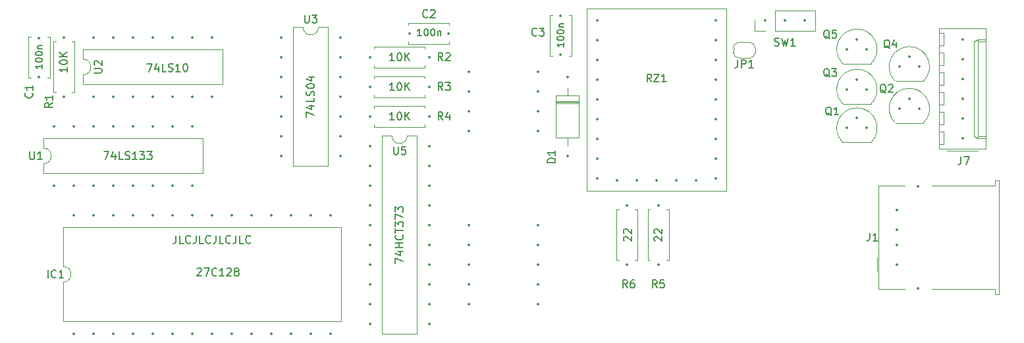
<source format=gbr>
%TF.GenerationSoftware,KiCad,Pcbnew,8.0.4+1*%
%TF.CreationDate,2024-08-13T20:11:20+02:00*%
%TF.ProjectId,QL_mIce_Starmouse,514c5f6d-4963-4655-9f53-7461726d6f75,0*%
%TF.SameCoordinates,Original*%
%TF.FileFunction,Legend,Top*%
%TF.FilePolarity,Positive*%
%FSLAX46Y46*%
G04 Gerber Fmt 4.6, Leading zero omitted, Abs format (unit mm)*
G04 Created by KiCad (PCBNEW 8.0.4+1) date 2024-08-13 20:11:20*
%MOMM*%
%LPD*%
G01*
G04 APERTURE LIST*
%ADD10C,0.150000*%
%ADD11C,0.120000*%
%ADD12C,0.350000*%
G04 APERTURE END LIST*
D10*
X127460951Y-91529819D02*
X127460951Y-92244104D01*
X127460951Y-92244104D02*
X127413332Y-92386961D01*
X127413332Y-92386961D02*
X127318094Y-92482200D01*
X127318094Y-92482200D02*
X127175237Y-92529819D01*
X127175237Y-92529819D02*
X127079999Y-92529819D01*
X128413332Y-92529819D02*
X127937142Y-92529819D01*
X127937142Y-92529819D02*
X127937142Y-91529819D01*
X129318094Y-92434580D02*
X129270475Y-92482200D01*
X129270475Y-92482200D02*
X129127618Y-92529819D01*
X129127618Y-92529819D02*
X129032380Y-92529819D01*
X129032380Y-92529819D02*
X128889523Y-92482200D01*
X128889523Y-92482200D02*
X128794285Y-92386961D01*
X128794285Y-92386961D02*
X128746666Y-92291723D01*
X128746666Y-92291723D02*
X128699047Y-92101247D01*
X128699047Y-92101247D02*
X128699047Y-91958390D01*
X128699047Y-91958390D02*
X128746666Y-91767914D01*
X128746666Y-91767914D02*
X128794285Y-91672676D01*
X128794285Y-91672676D02*
X128889523Y-91577438D01*
X128889523Y-91577438D02*
X129032380Y-91529819D01*
X129032380Y-91529819D02*
X129127618Y-91529819D01*
X129127618Y-91529819D02*
X129270475Y-91577438D01*
X129270475Y-91577438D02*
X129318094Y-91625057D01*
X130032380Y-91529819D02*
X130032380Y-92244104D01*
X130032380Y-92244104D02*
X129984761Y-92386961D01*
X129984761Y-92386961D02*
X129889523Y-92482200D01*
X129889523Y-92482200D02*
X129746666Y-92529819D01*
X129746666Y-92529819D02*
X129651428Y-92529819D01*
X130984761Y-92529819D02*
X130508571Y-92529819D01*
X130508571Y-92529819D02*
X130508571Y-91529819D01*
X131889523Y-92434580D02*
X131841904Y-92482200D01*
X131841904Y-92482200D02*
X131699047Y-92529819D01*
X131699047Y-92529819D02*
X131603809Y-92529819D01*
X131603809Y-92529819D02*
X131460952Y-92482200D01*
X131460952Y-92482200D02*
X131365714Y-92386961D01*
X131365714Y-92386961D02*
X131318095Y-92291723D01*
X131318095Y-92291723D02*
X131270476Y-92101247D01*
X131270476Y-92101247D02*
X131270476Y-91958390D01*
X131270476Y-91958390D02*
X131318095Y-91767914D01*
X131318095Y-91767914D02*
X131365714Y-91672676D01*
X131365714Y-91672676D02*
X131460952Y-91577438D01*
X131460952Y-91577438D02*
X131603809Y-91529819D01*
X131603809Y-91529819D02*
X131699047Y-91529819D01*
X131699047Y-91529819D02*
X131841904Y-91577438D01*
X131841904Y-91577438D02*
X131889523Y-91625057D01*
X132603809Y-91529819D02*
X132603809Y-92244104D01*
X132603809Y-92244104D02*
X132556190Y-92386961D01*
X132556190Y-92386961D02*
X132460952Y-92482200D01*
X132460952Y-92482200D02*
X132318095Y-92529819D01*
X132318095Y-92529819D02*
X132222857Y-92529819D01*
X133556190Y-92529819D02*
X133080000Y-92529819D01*
X133080000Y-92529819D02*
X133080000Y-91529819D01*
X134460952Y-92434580D02*
X134413333Y-92482200D01*
X134413333Y-92482200D02*
X134270476Y-92529819D01*
X134270476Y-92529819D02*
X134175238Y-92529819D01*
X134175238Y-92529819D02*
X134032381Y-92482200D01*
X134032381Y-92482200D02*
X133937143Y-92386961D01*
X133937143Y-92386961D02*
X133889524Y-92291723D01*
X133889524Y-92291723D02*
X133841905Y-92101247D01*
X133841905Y-92101247D02*
X133841905Y-91958390D01*
X133841905Y-91958390D02*
X133889524Y-91767914D01*
X133889524Y-91767914D02*
X133937143Y-91672676D01*
X133937143Y-91672676D02*
X134032381Y-91577438D01*
X134032381Y-91577438D02*
X134175238Y-91529819D01*
X134175238Y-91529819D02*
X134270476Y-91529819D01*
X134270476Y-91529819D02*
X134413333Y-91577438D01*
X134413333Y-91577438D02*
X134460952Y-91625057D01*
X135175238Y-91529819D02*
X135175238Y-92244104D01*
X135175238Y-92244104D02*
X135127619Y-92386961D01*
X135127619Y-92386961D02*
X135032381Y-92482200D01*
X135032381Y-92482200D02*
X134889524Y-92529819D01*
X134889524Y-92529819D02*
X134794286Y-92529819D01*
X136127619Y-92529819D02*
X135651429Y-92529819D01*
X135651429Y-92529819D02*
X135651429Y-91529819D01*
X137032381Y-92434580D02*
X136984762Y-92482200D01*
X136984762Y-92482200D02*
X136841905Y-92529819D01*
X136841905Y-92529819D02*
X136746667Y-92529819D01*
X136746667Y-92529819D02*
X136603810Y-92482200D01*
X136603810Y-92482200D02*
X136508572Y-92386961D01*
X136508572Y-92386961D02*
X136460953Y-92291723D01*
X136460953Y-92291723D02*
X136413334Y-92101247D01*
X136413334Y-92101247D02*
X136413334Y-91958390D01*
X136413334Y-91958390D02*
X136460953Y-91767914D01*
X136460953Y-91767914D02*
X136508572Y-91672676D01*
X136508572Y-91672676D02*
X136603810Y-91577438D01*
X136603810Y-91577438D02*
X136746667Y-91529819D01*
X136746667Y-91529819D02*
X136841905Y-91529819D01*
X136841905Y-91529819D02*
X136984762Y-91577438D01*
X136984762Y-91577438D02*
X137032381Y-91625057D01*
X188587142Y-71764819D02*
X188253809Y-71288628D01*
X188015714Y-71764819D02*
X188015714Y-70764819D01*
X188015714Y-70764819D02*
X188396666Y-70764819D01*
X188396666Y-70764819D02*
X188491904Y-70812438D01*
X188491904Y-70812438D02*
X188539523Y-70860057D01*
X188539523Y-70860057D02*
X188587142Y-70955295D01*
X188587142Y-70955295D02*
X188587142Y-71098152D01*
X188587142Y-71098152D02*
X188539523Y-71193390D01*
X188539523Y-71193390D02*
X188491904Y-71241009D01*
X188491904Y-71241009D02*
X188396666Y-71288628D01*
X188396666Y-71288628D02*
X188015714Y-71288628D01*
X188920476Y-70764819D02*
X189587142Y-70764819D01*
X189587142Y-70764819D02*
X188920476Y-71764819D01*
X188920476Y-71764819D02*
X189587142Y-71764819D01*
X190491904Y-71764819D02*
X189920476Y-71764819D01*
X190206190Y-71764819D02*
X190206190Y-70764819D01*
X190206190Y-70764819D02*
X190110952Y-70907676D01*
X190110952Y-70907676D02*
X190015714Y-71002914D01*
X190015714Y-71002914D02*
X189920476Y-71050533D01*
X116929819Y-70611904D02*
X117739342Y-70611904D01*
X117739342Y-70611904D02*
X117834580Y-70564285D01*
X117834580Y-70564285D02*
X117882200Y-70516666D01*
X117882200Y-70516666D02*
X117929819Y-70421428D01*
X117929819Y-70421428D02*
X117929819Y-70230952D01*
X117929819Y-70230952D02*
X117882200Y-70135714D01*
X117882200Y-70135714D02*
X117834580Y-70088095D01*
X117834580Y-70088095D02*
X117739342Y-70040476D01*
X117739342Y-70040476D02*
X116929819Y-70040476D01*
X117025057Y-69611904D02*
X116977438Y-69564285D01*
X116977438Y-69564285D02*
X116929819Y-69469047D01*
X116929819Y-69469047D02*
X116929819Y-69230952D01*
X116929819Y-69230952D02*
X116977438Y-69135714D01*
X116977438Y-69135714D02*
X117025057Y-69088095D01*
X117025057Y-69088095D02*
X117120295Y-69040476D01*
X117120295Y-69040476D02*
X117215533Y-69040476D01*
X117215533Y-69040476D02*
X117358390Y-69088095D01*
X117358390Y-69088095D02*
X117929819Y-69659523D01*
X117929819Y-69659523D02*
X117929819Y-69040476D01*
X123722143Y-69431819D02*
X124388809Y-69431819D01*
X124388809Y-69431819D02*
X123960238Y-70431819D01*
X125198333Y-69765152D02*
X125198333Y-70431819D01*
X124960238Y-69384200D02*
X124722143Y-70098485D01*
X124722143Y-70098485D02*
X125341190Y-70098485D01*
X126198333Y-70431819D02*
X125722143Y-70431819D01*
X125722143Y-70431819D02*
X125722143Y-69431819D01*
X126484048Y-70384200D02*
X126626905Y-70431819D01*
X126626905Y-70431819D02*
X126865000Y-70431819D01*
X126865000Y-70431819D02*
X126960238Y-70384200D01*
X126960238Y-70384200D02*
X127007857Y-70336580D01*
X127007857Y-70336580D02*
X127055476Y-70241342D01*
X127055476Y-70241342D02*
X127055476Y-70146104D01*
X127055476Y-70146104D02*
X127007857Y-70050866D01*
X127007857Y-70050866D02*
X126960238Y-70003247D01*
X126960238Y-70003247D02*
X126865000Y-69955628D01*
X126865000Y-69955628D02*
X126674524Y-69908009D01*
X126674524Y-69908009D02*
X126579286Y-69860390D01*
X126579286Y-69860390D02*
X126531667Y-69812771D01*
X126531667Y-69812771D02*
X126484048Y-69717533D01*
X126484048Y-69717533D02*
X126484048Y-69622295D01*
X126484048Y-69622295D02*
X126531667Y-69527057D01*
X126531667Y-69527057D02*
X126579286Y-69479438D01*
X126579286Y-69479438D02*
X126674524Y-69431819D01*
X126674524Y-69431819D02*
X126912619Y-69431819D01*
X126912619Y-69431819D02*
X127055476Y-69479438D01*
X128007857Y-70431819D02*
X127436429Y-70431819D01*
X127722143Y-70431819D02*
X127722143Y-69431819D01*
X127722143Y-69431819D02*
X127626905Y-69574676D01*
X127626905Y-69574676D02*
X127531667Y-69669914D01*
X127531667Y-69669914D02*
X127436429Y-69717533D01*
X128626905Y-69431819D02*
X128722143Y-69431819D01*
X128722143Y-69431819D02*
X128817381Y-69479438D01*
X128817381Y-69479438D02*
X128865000Y-69527057D01*
X128865000Y-69527057D02*
X128912619Y-69622295D01*
X128912619Y-69622295D02*
X128960238Y-69812771D01*
X128960238Y-69812771D02*
X128960238Y-70050866D01*
X128960238Y-70050866D02*
X128912619Y-70241342D01*
X128912619Y-70241342D02*
X128865000Y-70336580D01*
X128865000Y-70336580D02*
X128817381Y-70384200D01*
X128817381Y-70384200D02*
X128722143Y-70431819D01*
X128722143Y-70431819D02*
X128626905Y-70431819D01*
X128626905Y-70431819D02*
X128531667Y-70384200D01*
X128531667Y-70384200D02*
X128484048Y-70336580D01*
X128484048Y-70336580D02*
X128436429Y-70241342D01*
X128436429Y-70241342D02*
X128388810Y-70050866D01*
X128388810Y-70050866D02*
X128388810Y-69812771D01*
X128388810Y-69812771D02*
X128436429Y-69622295D01*
X128436429Y-69622295D02*
X128484048Y-69527057D01*
X128484048Y-69527057D02*
X128531667Y-69479438D01*
X128531667Y-69479438D02*
X128626905Y-69431819D01*
X111579819Y-74461666D02*
X111103628Y-74794999D01*
X111579819Y-75033094D02*
X110579819Y-75033094D01*
X110579819Y-75033094D02*
X110579819Y-74652142D01*
X110579819Y-74652142D02*
X110627438Y-74556904D01*
X110627438Y-74556904D02*
X110675057Y-74509285D01*
X110675057Y-74509285D02*
X110770295Y-74461666D01*
X110770295Y-74461666D02*
X110913152Y-74461666D01*
X110913152Y-74461666D02*
X111008390Y-74509285D01*
X111008390Y-74509285D02*
X111056009Y-74556904D01*
X111056009Y-74556904D02*
X111103628Y-74652142D01*
X111103628Y-74652142D02*
X111103628Y-75033094D01*
X111579819Y-73509285D02*
X111579819Y-74080713D01*
X111579819Y-73794999D02*
X110579819Y-73794999D01*
X110579819Y-73794999D02*
X110722676Y-73890237D01*
X110722676Y-73890237D02*
X110817914Y-73985475D01*
X110817914Y-73985475D02*
X110865533Y-74080713D01*
X113484819Y-69905476D02*
X113484819Y-70476904D01*
X113484819Y-70191190D02*
X112484819Y-70191190D01*
X112484819Y-70191190D02*
X112627676Y-70286428D01*
X112627676Y-70286428D02*
X112722914Y-70381666D01*
X112722914Y-70381666D02*
X112770533Y-70476904D01*
X112484819Y-69286428D02*
X112484819Y-69191190D01*
X112484819Y-69191190D02*
X112532438Y-69095952D01*
X112532438Y-69095952D02*
X112580057Y-69048333D01*
X112580057Y-69048333D02*
X112675295Y-69000714D01*
X112675295Y-69000714D02*
X112865771Y-68953095D01*
X112865771Y-68953095D02*
X113103866Y-68953095D01*
X113103866Y-68953095D02*
X113294342Y-69000714D01*
X113294342Y-69000714D02*
X113389580Y-69048333D01*
X113389580Y-69048333D02*
X113437200Y-69095952D01*
X113437200Y-69095952D02*
X113484819Y-69191190D01*
X113484819Y-69191190D02*
X113484819Y-69286428D01*
X113484819Y-69286428D02*
X113437200Y-69381666D01*
X113437200Y-69381666D02*
X113389580Y-69429285D01*
X113389580Y-69429285D02*
X113294342Y-69476904D01*
X113294342Y-69476904D02*
X113103866Y-69524523D01*
X113103866Y-69524523D02*
X112865771Y-69524523D01*
X112865771Y-69524523D02*
X112675295Y-69476904D01*
X112675295Y-69476904D02*
X112580057Y-69429285D01*
X112580057Y-69429285D02*
X112532438Y-69381666D01*
X112532438Y-69381666D02*
X112484819Y-69286428D01*
X113484819Y-68524523D02*
X112484819Y-68524523D01*
X113484819Y-67953095D02*
X112913390Y-68381666D01*
X112484819Y-67953095D02*
X113056247Y-68524523D01*
X173823333Y-65764580D02*
X173775714Y-65812200D01*
X173775714Y-65812200D02*
X173632857Y-65859819D01*
X173632857Y-65859819D02*
X173537619Y-65859819D01*
X173537619Y-65859819D02*
X173394762Y-65812200D01*
X173394762Y-65812200D02*
X173299524Y-65716961D01*
X173299524Y-65716961D02*
X173251905Y-65621723D01*
X173251905Y-65621723D02*
X173204286Y-65431247D01*
X173204286Y-65431247D02*
X173204286Y-65288390D01*
X173204286Y-65288390D02*
X173251905Y-65097914D01*
X173251905Y-65097914D02*
X173299524Y-65002676D01*
X173299524Y-65002676D02*
X173394762Y-64907438D01*
X173394762Y-64907438D02*
X173537619Y-64859819D01*
X173537619Y-64859819D02*
X173632857Y-64859819D01*
X173632857Y-64859819D02*
X173775714Y-64907438D01*
X173775714Y-64907438D02*
X173823333Y-64955057D01*
X174156667Y-64859819D02*
X174775714Y-64859819D01*
X174775714Y-64859819D02*
X174442381Y-65240771D01*
X174442381Y-65240771D02*
X174585238Y-65240771D01*
X174585238Y-65240771D02*
X174680476Y-65288390D01*
X174680476Y-65288390D02*
X174728095Y-65336009D01*
X174728095Y-65336009D02*
X174775714Y-65431247D01*
X174775714Y-65431247D02*
X174775714Y-65669342D01*
X174775714Y-65669342D02*
X174728095Y-65764580D01*
X174728095Y-65764580D02*
X174680476Y-65812200D01*
X174680476Y-65812200D02*
X174585238Y-65859819D01*
X174585238Y-65859819D02*
X174299524Y-65859819D01*
X174299524Y-65859819D02*
X174204286Y-65812200D01*
X174204286Y-65812200D02*
X174156667Y-65764580D01*
X177314469Y-66780833D02*
X177314469Y-67288833D01*
X177314469Y-67034833D02*
X176425469Y-67034833D01*
X176425469Y-67034833D02*
X176552469Y-67119500D01*
X176552469Y-67119500D02*
X176637136Y-67204167D01*
X176637136Y-67204167D02*
X176679469Y-67288833D01*
X176425469Y-66230500D02*
X176425469Y-66145833D01*
X176425469Y-66145833D02*
X176467802Y-66061166D01*
X176467802Y-66061166D02*
X176510136Y-66018833D01*
X176510136Y-66018833D02*
X176594802Y-65976500D01*
X176594802Y-65976500D02*
X176764136Y-65934166D01*
X176764136Y-65934166D02*
X176975802Y-65934166D01*
X176975802Y-65934166D02*
X177145136Y-65976500D01*
X177145136Y-65976500D02*
X177229802Y-66018833D01*
X177229802Y-66018833D02*
X177272136Y-66061166D01*
X177272136Y-66061166D02*
X177314469Y-66145833D01*
X177314469Y-66145833D02*
X177314469Y-66230500D01*
X177314469Y-66230500D02*
X177272136Y-66315166D01*
X177272136Y-66315166D02*
X177229802Y-66357500D01*
X177229802Y-66357500D02*
X177145136Y-66399833D01*
X177145136Y-66399833D02*
X176975802Y-66442166D01*
X176975802Y-66442166D02*
X176764136Y-66442166D01*
X176764136Y-66442166D02*
X176594802Y-66399833D01*
X176594802Y-66399833D02*
X176510136Y-66357500D01*
X176510136Y-66357500D02*
X176467802Y-66315166D01*
X176467802Y-66315166D02*
X176425469Y-66230500D01*
X176425469Y-65383833D02*
X176425469Y-65299166D01*
X176425469Y-65299166D02*
X176467802Y-65214499D01*
X176467802Y-65214499D02*
X176510136Y-65172166D01*
X176510136Y-65172166D02*
X176594802Y-65129833D01*
X176594802Y-65129833D02*
X176764136Y-65087499D01*
X176764136Y-65087499D02*
X176975802Y-65087499D01*
X176975802Y-65087499D02*
X177145136Y-65129833D01*
X177145136Y-65129833D02*
X177229802Y-65172166D01*
X177229802Y-65172166D02*
X177272136Y-65214499D01*
X177272136Y-65214499D02*
X177314469Y-65299166D01*
X177314469Y-65299166D02*
X177314469Y-65383833D01*
X177314469Y-65383833D02*
X177272136Y-65468499D01*
X177272136Y-65468499D02*
X177229802Y-65510833D01*
X177229802Y-65510833D02*
X177145136Y-65553166D01*
X177145136Y-65553166D02*
X176975802Y-65595499D01*
X176975802Y-65595499D02*
X176764136Y-65595499D01*
X176764136Y-65595499D02*
X176594802Y-65553166D01*
X176594802Y-65553166D02*
X176510136Y-65510833D01*
X176510136Y-65510833D02*
X176467802Y-65468499D01*
X176467802Y-65468499D02*
X176425469Y-65383833D01*
X176721802Y-64706499D02*
X177314469Y-64706499D01*
X176806469Y-64706499D02*
X176764136Y-64664166D01*
X176764136Y-64664166D02*
X176721802Y-64579499D01*
X176721802Y-64579499D02*
X176721802Y-64452499D01*
X176721802Y-64452499D02*
X176764136Y-64367832D01*
X176764136Y-64367832D02*
X176848802Y-64325499D01*
X176848802Y-64325499D02*
X177314469Y-64325499D01*
X108944580Y-73191666D02*
X108992200Y-73239285D01*
X108992200Y-73239285D02*
X109039819Y-73382142D01*
X109039819Y-73382142D02*
X109039819Y-73477380D01*
X109039819Y-73477380D02*
X108992200Y-73620237D01*
X108992200Y-73620237D02*
X108896961Y-73715475D01*
X108896961Y-73715475D02*
X108801723Y-73763094D01*
X108801723Y-73763094D02*
X108611247Y-73810713D01*
X108611247Y-73810713D02*
X108468390Y-73810713D01*
X108468390Y-73810713D02*
X108277914Y-73763094D01*
X108277914Y-73763094D02*
X108182676Y-73715475D01*
X108182676Y-73715475D02*
X108087438Y-73620237D01*
X108087438Y-73620237D02*
X108039819Y-73477380D01*
X108039819Y-73477380D02*
X108039819Y-73382142D01*
X108039819Y-73382142D02*
X108087438Y-73239285D01*
X108087438Y-73239285D02*
X108135057Y-73191666D01*
X109039819Y-72239285D02*
X109039819Y-72810713D01*
X109039819Y-72524999D02*
X108039819Y-72524999D01*
X108039819Y-72524999D02*
X108182676Y-72620237D01*
X108182676Y-72620237D02*
X108277914Y-72715475D01*
X108277914Y-72715475D02*
X108325533Y-72810713D01*
X110258469Y-69574833D02*
X110258469Y-70082833D01*
X110258469Y-69828833D02*
X109369469Y-69828833D01*
X109369469Y-69828833D02*
X109496469Y-69913500D01*
X109496469Y-69913500D02*
X109581136Y-69998167D01*
X109581136Y-69998167D02*
X109623469Y-70082833D01*
X109369469Y-69024500D02*
X109369469Y-68939833D01*
X109369469Y-68939833D02*
X109411802Y-68855166D01*
X109411802Y-68855166D02*
X109454136Y-68812833D01*
X109454136Y-68812833D02*
X109538802Y-68770500D01*
X109538802Y-68770500D02*
X109708136Y-68728166D01*
X109708136Y-68728166D02*
X109919802Y-68728166D01*
X109919802Y-68728166D02*
X110089136Y-68770500D01*
X110089136Y-68770500D02*
X110173802Y-68812833D01*
X110173802Y-68812833D02*
X110216136Y-68855166D01*
X110216136Y-68855166D02*
X110258469Y-68939833D01*
X110258469Y-68939833D02*
X110258469Y-69024500D01*
X110258469Y-69024500D02*
X110216136Y-69109166D01*
X110216136Y-69109166D02*
X110173802Y-69151500D01*
X110173802Y-69151500D02*
X110089136Y-69193833D01*
X110089136Y-69193833D02*
X109919802Y-69236166D01*
X109919802Y-69236166D02*
X109708136Y-69236166D01*
X109708136Y-69236166D02*
X109538802Y-69193833D01*
X109538802Y-69193833D02*
X109454136Y-69151500D01*
X109454136Y-69151500D02*
X109411802Y-69109166D01*
X109411802Y-69109166D02*
X109369469Y-69024500D01*
X109369469Y-68177833D02*
X109369469Y-68093166D01*
X109369469Y-68093166D02*
X109411802Y-68008499D01*
X109411802Y-68008499D02*
X109454136Y-67966166D01*
X109454136Y-67966166D02*
X109538802Y-67923833D01*
X109538802Y-67923833D02*
X109708136Y-67881499D01*
X109708136Y-67881499D02*
X109919802Y-67881499D01*
X109919802Y-67881499D02*
X110089136Y-67923833D01*
X110089136Y-67923833D02*
X110173802Y-67966166D01*
X110173802Y-67966166D02*
X110216136Y-68008499D01*
X110216136Y-68008499D02*
X110258469Y-68093166D01*
X110258469Y-68093166D02*
X110258469Y-68177833D01*
X110258469Y-68177833D02*
X110216136Y-68262499D01*
X110216136Y-68262499D02*
X110173802Y-68304833D01*
X110173802Y-68304833D02*
X110089136Y-68347166D01*
X110089136Y-68347166D02*
X109919802Y-68389499D01*
X109919802Y-68389499D02*
X109708136Y-68389499D01*
X109708136Y-68389499D02*
X109538802Y-68347166D01*
X109538802Y-68347166D02*
X109454136Y-68304833D01*
X109454136Y-68304833D02*
X109411802Y-68262499D01*
X109411802Y-68262499D02*
X109369469Y-68177833D01*
X109665802Y-67500499D02*
X110258469Y-67500499D01*
X109750469Y-67500499D02*
X109708136Y-67458166D01*
X109708136Y-67458166D02*
X109665802Y-67373499D01*
X109665802Y-67373499D02*
X109665802Y-67246499D01*
X109665802Y-67246499D02*
X109708136Y-67161832D01*
X109708136Y-67161832D02*
X109792802Y-67119499D01*
X109792802Y-67119499D02*
X110258469Y-67119499D01*
X216651666Y-91204819D02*
X216651666Y-91919104D01*
X216651666Y-91919104D02*
X216604047Y-92061961D01*
X216604047Y-92061961D02*
X216508809Y-92157200D01*
X216508809Y-92157200D02*
X216365952Y-92204819D01*
X216365952Y-92204819D02*
X216270714Y-92204819D01*
X217651666Y-92204819D02*
X217080238Y-92204819D01*
X217365952Y-92204819D02*
X217365952Y-91204819D01*
X217365952Y-91204819D02*
X217270714Y-91347676D01*
X217270714Y-91347676D02*
X217175476Y-91442914D01*
X217175476Y-91442914D02*
X217080238Y-91490533D01*
X228393666Y-81369819D02*
X228393666Y-82084104D01*
X228393666Y-82084104D02*
X228346047Y-82226961D01*
X228346047Y-82226961D02*
X228250809Y-82322200D01*
X228250809Y-82322200D02*
X228107952Y-82369819D01*
X228107952Y-82369819D02*
X228012714Y-82369819D01*
X228774619Y-81369819D02*
X229441285Y-81369819D01*
X229441285Y-81369819D02*
X229012714Y-82369819D01*
X218725761Y-73194057D02*
X218630523Y-73146438D01*
X218630523Y-73146438D02*
X218535285Y-73051200D01*
X218535285Y-73051200D02*
X218392428Y-72908342D01*
X218392428Y-72908342D02*
X218297190Y-72860723D01*
X218297190Y-72860723D02*
X218201952Y-72860723D01*
X218249571Y-73098819D02*
X218154333Y-73051200D01*
X218154333Y-73051200D02*
X218059095Y-72955961D01*
X218059095Y-72955961D02*
X218011476Y-72765485D01*
X218011476Y-72765485D02*
X218011476Y-72432152D01*
X218011476Y-72432152D02*
X218059095Y-72241676D01*
X218059095Y-72241676D02*
X218154333Y-72146438D01*
X218154333Y-72146438D02*
X218249571Y-72098819D01*
X218249571Y-72098819D02*
X218440047Y-72098819D01*
X218440047Y-72098819D02*
X218535285Y-72146438D01*
X218535285Y-72146438D02*
X218630523Y-72241676D01*
X218630523Y-72241676D02*
X218678142Y-72432152D01*
X218678142Y-72432152D02*
X218678142Y-72765485D01*
X218678142Y-72765485D02*
X218630523Y-72955961D01*
X218630523Y-72955961D02*
X218535285Y-73051200D01*
X218535285Y-73051200D02*
X218440047Y-73098819D01*
X218440047Y-73098819D02*
X218249571Y-73098819D01*
X219059095Y-72194057D02*
X219106714Y-72146438D01*
X219106714Y-72146438D02*
X219201952Y-72098819D01*
X219201952Y-72098819D02*
X219440047Y-72098819D01*
X219440047Y-72098819D02*
X219535285Y-72146438D01*
X219535285Y-72146438D02*
X219582904Y-72194057D01*
X219582904Y-72194057D02*
X219630523Y-72289295D01*
X219630523Y-72289295D02*
X219630523Y-72384533D01*
X219630523Y-72384533D02*
X219582904Y-72527390D01*
X219582904Y-72527390D02*
X219011476Y-73098819D01*
X219011476Y-73098819D02*
X219630523Y-73098819D01*
X155448095Y-80099819D02*
X155448095Y-80909342D01*
X155448095Y-80909342D02*
X155495714Y-81004580D01*
X155495714Y-81004580D02*
X155543333Y-81052200D01*
X155543333Y-81052200D02*
X155638571Y-81099819D01*
X155638571Y-81099819D02*
X155829047Y-81099819D01*
X155829047Y-81099819D02*
X155924285Y-81052200D01*
X155924285Y-81052200D02*
X155971904Y-81004580D01*
X155971904Y-81004580D02*
X156019523Y-80909342D01*
X156019523Y-80909342D02*
X156019523Y-80099819D01*
X156971904Y-80099819D02*
X156495714Y-80099819D01*
X156495714Y-80099819D02*
X156448095Y-80576009D01*
X156448095Y-80576009D02*
X156495714Y-80528390D01*
X156495714Y-80528390D02*
X156590952Y-80480771D01*
X156590952Y-80480771D02*
X156829047Y-80480771D01*
X156829047Y-80480771D02*
X156924285Y-80528390D01*
X156924285Y-80528390D02*
X156971904Y-80576009D01*
X156971904Y-80576009D02*
X157019523Y-80671247D01*
X157019523Y-80671247D02*
X157019523Y-80909342D01*
X157019523Y-80909342D02*
X156971904Y-81004580D01*
X156971904Y-81004580D02*
X156924285Y-81052200D01*
X156924285Y-81052200D02*
X156829047Y-81099819D01*
X156829047Y-81099819D02*
X156590952Y-81099819D01*
X156590952Y-81099819D02*
X156495714Y-81052200D01*
X156495714Y-81052200D02*
X156448095Y-81004580D01*
X155664819Y-95082856D02*
X155664819Y-94416190D01*
X155664819Y-94416190D02*
X156664819Y-94844761D01*
X155998152Y-93606666D02*
X156664819Y-93606666D01*
X155617200Y-93844761D02*
X156331485Y-94082856D01*
X156331485Y-94082856D02*
X156331485Y-93463809D01*
X156664819Y-93082856D02*
X155664819Y-93082856D01*
X156141009Y-93082856D02*
X156141009Y-92511428D01*
X156664819Y-92511428D02*
X155664819Y-92511428D01*
X156569580Y-91463809D02*
X156617200Y-91511428D01*
X156617200Y-91511428D02*
X156664819Y-91654285D01*
X156664819Y-91654285D02*
X156664819Y-91749523D01*
X156664819Y-91749523D02*
X156617200Y-91892380D01*
X156617200Y-91892380D02*
X156521961Y-91987618D01*
X156521961Y-91987618D02*
X156426723Y-92035237D01*
X156426723Y-92035237D02*
X156236247Y-92082856D01*
X156236247Y-92082856D02*
X156093390Y-92082856D01*
X156093390Y-92082856D02*
X155902914Y-92035237D01*
X155902914Y-92035237D02*
X155807676Y-91987618D01*
X155807676Y-91987618D02*
X155712438Y-91892380D01*
X155712438Y-91892380D02*
X155664819Y-91749523D01*
X155664819Y-91749523D02*
X155664819Y-91654285D01*
X155664819Y-91654285D02*
X155712438Y-91511428D01*
X155712438Y-91511428D02*
X155760057Y-91463809D01*
X155664819Y-91178094D02*
X155664819Y-90606666D01*
X156664819Y-90892380D02*
X155664819Y-90892380D01*
X155664819Y-90368570D02*
X155664819Y-89749523D01*
X155664819Y-89749523D02*
X156045771Y-90082856D01*
X156045771Y-90082856D02*
X156045771Y-89939999D01*
X156045771Y-89939999D02*
X156093390Y-89844761D01*
X156093390Y-89844761D02*
X156141009Y-89797142D01*
X156141009Y-89797142D02*
X156236247Y-89749523D01*
X156236247Y-89749523D02*
X156474342Y-89749523D01*
X156474342Y-89749523D02*
X156569580Y-89797142D01*
X156569580Y-89797142D02*
X156617200Y-89844761D01*
X156617200Y-89844761D02*
X156664819Y-89939999D01*
X156664819Y-89939999D02*
X156664819Y-90225713D01*
X156664819Y-90225713D02*
X156617200Y-90320951D01*
X156617200Y-90320951D02*
X156569580Y-90368570D01*
X155664819Y-89416189D02*
X155664819Y-88749523D01*
X155664819Y-88749523D02*
X156664819Y-89178094D01*
X155664819Y-88463808D02*
X155664819Y-87844761D01*
X155664819Y-87844761D02*
X156045771Y-88178094D01*
X156045771Y-88178094D02*
X156045771Y-88035237D01*
X156045771Y-88035237D02*
X156093390Y-87939999D01*
X156093390Y-87939999D02*
X156141009Y-87892380D01*
X156141009Y-87892380D02*
X156236247Y-87844761D01*
X156236247Y-87844761D02*
X156474342Y-87844761D01*
X156474342Y-87844761D02*
X156569580Y-87892380D01*
X156569580Y-87892380D02*
X156617200Y-87939999D01*
X156617200Y-87939999D02*
X156664819Y-88035237D01*
X156664819Y-88035237D02*
X156664819Y-88320951D01*
X156664819Y-88320951D02*
X156617200Y-88416189D01*
X156617200Y-88416189D02*
X156569580Y-88463808D01*
X219233761Y-67458057D02*
X219138523Y-67410438D01*
X219138523Y-67410438D02*
X219043285Y-67315200D01*
X219043285Y-67315200D02*
X218900428Y-67172342D01*
X218900428Y-67172342D02*
X218805190Y-67124723D01*
X218805190Y-67124723D02*
X218709952Y-67124723D01*
X218757571Y-67362819D02*
X218662333Y-67315200D01*
X218662333Y-67315200D02*
X218567095Y-67219961D01*
X218567095Y-67219961D02*
X218519476Y-67029485D01*
X218519476Y-67029485D02*
X218519476Y-66696152D01*
X218519476Y-66696152D02*
X218567095Y-66505676D01*
X218567095Y-66505676D02*
X218662333Y-66410438D01*
X218662333Y-66410438D02*
X218757571Y-66362819D01*
X218757571Y-66362819D02*
X218948047Y-66362819D01*
X218948047Y-66362819D02*
X219043285Y-66410438D01*
X219043285Y-66410438D02*
X219138523Y-66505676D01*
X219138523Y-66505676D02*
X219186142Y-66696152D01*
X219186142Y-66696152D02*
X219186142Y-67029485D01*
X219186142Y-67029485D02*
X219138523Y-67219961D01*
X219138523Y-67219961D02*
X219043285Y-67315200D01*
X219043285Y-67315200D02*
X218948047Y-67362819D01*
X218948047Y-67362819D02*
X218757571Y-67362819D01*
X220043285Y-66696152D02*
X220043285Y-67362819D01*
X219805190Y-66315200D02*
X219567095Y-67029485D01*
X219567095Y-67029485D02*
X220186142Y-67029485D01*
X211486761Y-66209057D02*
X211391523Y-66161438D01*
X211391523Y-66161438D02*
X211296285Y-66066200D01*
X211296285Y-66066200D02*
X211153428Y-65923342D01*
X211153428Y-65923342D02*
X211058190Y-65875723D01*
X211058190Y-65875723D02*
X210962952Y-65875723D01*
X211010571Y-66113819D02*
X210915333Y-66066200D01*
X210915333Y-66066200D02*
X210820095Y-65970961D01*
X210820095Y-65970961D02*
X210772476Y-65780485D01*
X210772476Y-65780485D02*
X210772476Y-65447152D01*
X210772476Y-65447152D02*
X210820095Y-65256676D01*
X210820095Y-65256676D02*
X210915333Y-65161438D01*
X210915333Y-65161438D02*
X211010571Y-65113819D01*
X211010571Y-65113819D02*
X211201047Y-65113819D01*
X211201047Y-65113819D02*
X211296285Y-65161438D01*
X211296285Y-65161438D02*
X211391523Y-65256676D01*
X211391523Y-65256676D02*
X211439142Y-65447152D01*
X211439142Y-65447152D02*
X211439142Y-65780485D01*
X211439142Y-65780485D02*
X211391523Y-65970961D01*
X211391523Y-65970961D02*
X211296285Y-66066200D01*
X211296285Y-66066200D02*
X211201047Y-66113819D01*
X211201047Y-66113819D02*
X211010571Y-66113819D01*
X212343904Y-65113819D02*
X211867714Y-65113819D01*
X211867714Y-65113819D02*
X211820095Y-65590009D01*
X211820095Y-65590009D02*
X211867714Y-65542390D01*
X211867714Y-65542390D02*
X211962952Y-65494771D01*
X211962952Y-65494771D02*
X212201047Y-65494771D01*
X212201047Y-65494771D02*
X212296285Y-65542390D01*
X212296285Y-65542390D02*
X212343904Y-65590009D01*
X212343904Y-65590009D02*
X212391523Y-65685247D01*
X212391523Y-65685247D02*
X212391523Y-65923342D01*
X212391523Y-65923342D02*
X212343904Y-66018580D01*
X212343904Y-66018580D02*
X212296285Y-66066200D01*
X212296285Y-66066200D02*
X212201047Y-66113819D01*
X212201047Y-66113819D02*
X211962952Y-66113819D01*
X211962952Y-66113819D02*
X211867714Y-66066200D01*
X211867714Y-66066200D02*
X211820095Y-66018580D01*
X204406667Y-67082200D02*
X204549524Y-67129819D01*
X204549524Y-67129819D02*
X204787619Y-67129819D01*
X204787619Y-67129819D02*
X204882857Y-67082200D01*
X204882857Y-67082200D02*
X204930476Y-67034580D01*
X204930476Y-67034580D02*
X204978095Y-66939342D01*
X204978095Y-66939342D02*
X204978095Y-66844104D01*
X204978095Y-66844104D02*
X204930476Y-66748866D01*
X204930476Y-66748866D02*
X204882857Y-66701247D01*
X204882857Y-66701247D02*
X204787619Y-66653628D01*
X204787619Y-66653628D02*
X204597143Y-66606009D01*
X204597143Y-66606009D02*
X204501905Y-66558390D01*
X204501905Y-66558390D02*
X204454286Y-66510771D01*
X204454286Y-66510771D02*
X204406667Y-66415533D01*
X204406667Y-66415533D02*
X204406667Y-66320295D01*
X204406667Y-66320295D02*
X204454286Y-66225057D01*
X204454286Y-66225057D02*
X204501905Y-66177438D01*
X204501905Y-66177438D02*
X204597143Y-66129819D01*
X204597143Y-66129819D02*
X204835238Y-66129819D01*
X204835238Y-66129819D02*
X204978095Y-66177438D01*
X205311429Y-66129819D02*
X205549524Y-67129819D01*
X205549524Y-67129819D02*
X205740000Y-66415533D01*
X205740000Y-66415533D02*
X205930476Y-67129819D01*
X205930476Y-67129819D02*
X206168572Y-66129819D01*
X207073333Y-67129819D02*
X206501905Y-67129819D01*
X206787619Y-67129819D02*
X206787619Y-66129819D01*
X206787619Y-66129819D02*
X206692381Y-66272676D01*
X206692381Y-66272676D02*
X206597143Y-66367914D01*
X206597143Y-66367914D02*
X206501905Y-66415533D01*
X189303333Y-98244819D02*
X188970000Y-97768628D01*
X188731905Y-98244819D02*
X188731905Y-97244819D01*
X188731905Y-97244819D02*
X189112857Y-97244819D01*
X189112857Y-97244819D02*
X189208095Y-97292438D01*
X189208095Y-97292438D02*
X189255714Y-97340057D01*
X189255714Y-97340057D02*
X189303333Y-97435295D01*
X189303333Y-97435295D02*
X189303333Y-97578152D01*
X189303333Y-97578152D02*
X189255714Y-97673390D01*
X189255714Y-97673390D02*
X189208095Y-97721009D01*
X189208095Y-97721009D02*
X189112857Y-97768628D01*
X189112857Y-97768628D02*
X188731905Y-97768628D01*
X190208095Y-97244819D02*
X189731905Y-97244819D01*
X189731905Y-97244819D02*
X189684286Y-97721009D01*
X189684286Y-97721009D02*
X189731905Y-97673390D01*
X189731905Y-97673390D02*
X189827143Y-97625771D01*
X189827143Y-97625771D02*
X190065238Y-97625771D01*
X190065238Y-97625771D02*
X190160476Y-97673390D01*
X190160476Y-97673390D02*
X190208095Y-97721009D01*
X190208095Y-97721009D02*
X190255714Y-97816247D01*
X190255714Y-97816247D02*
X190255714Y-98054342D01*
X190255714Y-98054342D02*
X190208095Y-98149580D01*
X190208095Y-98149580D02*
X190160476Y-98197200D01*
X190160476Y-98197200D02*
X190065238Y-98244819D01*
X190065238Y-98244819D02*
X189827143Y-98244819D01*
X189827143Y-98244819D02*
X189731905Y-98197200D01*
X189731905Y-98197200D02*
X189684286Y-98149580D01*
X189034057Y-92201904D02*
X188986438Y-92154285D01*
X188986438Y-92154285D02*
X188938819Y-92059047D01*
X188938819Y-92059047D02*
X188938819Y-91820952D01*
X188938819Y-91820952D02*
X188986438Y-91725714D01*
X188986438Y-91725714D02*
X189034057Y-91678095D01*
X189034057Y-91678095D02*
X189129295Y-91630476D01*
X189129295Y-91630476D02*
X189224533Y-91630476D01*
X189224533Y-91630476D02*
X189367390Y-91678095D01*
X189367390Y-91678095D02*
X189938819Y-92249523D01*
X189938819Y-92249523D02*
X189938819Y-91630476D01*
X189034057Y-91249523D02*
X188986438Y-91201904D01*
X188986438Y-91201904D02*
X188938819Y-91106666D01*
X188938819Y-91106666D02*
X188938819Y-90868571D01*
X188938819Y-90868571D02*
X188986438Y-90773333D01*
X188986438Y-90773333D02*
X189034057Y-90725714D01*
X189034057Y-90725714D02*
X189129295Y-90678095D01*
X189129295Y-90678095D02*
X189224533Y-90678095D01*
X189224533Y-90678095D02*
X189367390Y-90725714D01*
X189367390Y-90725714D02*
X189938819Y-91297142D01*
X189938819Y-91297142D02*
X189938819Y-90678095D01*
X199684666Y-68945819D02*
X199684666Y-69660104D01*
X199684666Y-69660104D02*
X199637047Y-69802961D01*
X199637047Y-69802961D02*
X199541809Y-69898200D01*
X199541809Y-69898200D02*
X199398952Y-69945819D01*
X199398952Y-69945819D02*
X199303714Y-69945819D01*
X200160857Y-69945819D02*
X200160857Y-68945819D01*
X200160857Y-68945819D02*
X200541809Y-68945819D01*
X200541809Y-68945819D02*
X200637047Y-68993438D01*
X200637047Y-68993438D02*
X200684666Y-69041057D01*
X200684666Y-69041057D02*
X200732285Y-69136295D01*
X200732285Y-69136295D02*
X200732285Y-69279152D01*
X200732285Y-69279152D02*
X200684666Y-69374390D01*
X200684666Y-69374390D02*
X200637047Y-69422009D01*
X200637047Y-69422009D02*
X200541809Y-69469628D01*
X200541809Y-69469628D02*
X200160857Y-69469628D01*
X201684666Y-69945819D02*
X201113238Y-69945819D01*
X201398952Y-69945819D02*
X201398952Y-68945819D01*
X201398952Y-68945819D02*
X201303714Y-69088676D01*
X201303714Y-69088676D02*
X201208476Y-69183914D01*
X201208476Y-69183914D02*
X201113238Y-69231533D01*
X211740761Y-76094057D02*
X211645523Y-76046438D01*
X211645523Y-76046438D02*
X211550285Y-75951200D01*
X211550285Y-75951200D02*
X211407428Y-75808342D01*
X211407428Y-75808342D02*
X211312190Y-75760723D01*
X211312190Y-75760723D02*
X211216952Y-75760723D01*
X211264571Y-75998819D02*
X211169333Y-75951200D01*
X211169333Y-75951200D02*
X211074095Y-75855961D01*
X211074095Y-75855961D02*
X211026476Y-75665485D01*
X211026476Y-75665485D02*
X211026476Y-75332152D01*
X211026476Y-75332152D02*
X211074095Y-75141676D01*
X211074095Y-75141676D02*
X211169333Y-75046438D01*
X211169333Y-75046438D02*
X211264571Y-74998819D01*
X211264571Y-74998819D02*
X211455047Y-74998819D01*
X211455047Y-74998819D02*
X211550285Y-75046438D01*
X211550285Y-75046438D02*
X211645523Y-75141676D01*
X211645523Y-75141676D02*
X211693142Y-75332152D01*
X211693142Y-75332152D02*
X211693142Y-75665485D01*
X211693142Y-75665485D02*
X211645523Y-75855961D01*
X211645523Y-75855961D02*
X211550285Y-75951200D01*
X211550285Y-75951200D02*
X211455047Y-75998819D01*
X211455047Y-75998819D02*
X211264571Y-75998819D01*
X212645523Y-75998819D02*
X212074095Y-75998819D01*
X212359809Y-75998819D02*
X212359809Y-74998819D01*
X212359809Y-74998819D02*
X212264571Y-75141676D01*
X212264571Y-75141676D02*
X212169333Y-75236914D01*
X212169333Y-75236914D02*
X212074095Y-75284533D01*
X108668095Y-80734819D02*
X108668095Y-81544342D01*
X108668095Y-81544342D02*
X108715714Y-81639580D01*
X108715714Y-81639580D02*
X108763333Y-81687200D01*
X108763333Y-81687200D02*
X108858571Y-81734819D01*
X108858571Y-81734819D02*
X109049047Y-81734819D01*
X109049047Y-81734819D02*
X109144285Y-81687200D01*
X109144285Y-81687200D02*
X109191904Y-81639580D01*
X109191904Y-81639580D02*
X109239523Y-81544342D01*
X109239523Y-81544342D02*
X109239523Y-80734819D01*
X110239523Y-81734819D02*
X109668095Y-81734819D01*
X109953809Y-81734819D02*
X109953809Y-80734819D01*
X109953809Y-80734819D02*
X109858571Y-80877676D01*
X109858571Y-80877676D02*
X109763333Y-80972914D01*
X109763333Y-80972914D02*
X109668095Y-81020533D01*
X118165952Y-80734819D02*
X118832618Y-80734819D01*
X118832618Y-80734819D02*
X118404047Y-81734819D01*
X119642142Y-81068152D02*
X119642142Y-81734819D01*
X119404047Y-80687200D02*
X119165952Y-81401485D01*
X119165952Y-81401485D02*
X119784999Y-81401485D01*
X120642142Y-81734819D02*
X120165952Y-81734819D01*
X120165952Y-81734819D02*
X120165952Y-80734819D01*
X120927857Y-81687200D02*
X121070714Y-81734819D01*
X121070714Y-81734819D02*
X121308809Y-81734819D01*
X121308809Y-81734819D02*
X121404047Y-81687200D01*
X121404047Y-81687200D02*
X121451666Y-81639580D01*
X121451666Y-81639580D02*
X121499285Y-81544342D01*
X121499285Y-81544342D02*
X121499285Y-81449104D01*
X121499285Y-81449104D02*
X121451666Y-81353866D01*
X121451666Y-81353866D02*
X121404047Y-81306247D01*
X121404047Y-81306247D02*
X121308809Y-81258628D01*
X121308809Y-81258628D02*
X121118333Y-81211009D01*
X121118333Y-81211009D02*
X121023095Y-81163390D01*
X121023095Y-81163390D02*
X120975476Y-81115771D01*
X120975476Y-81115771D02*
X120927857Y-81020533D01*
X120927857Y-81020533D02*
X120927857Y-80925295D01*
X120927857Y-80925295D02*
X120975476Y-80830057D01*
X120975476Y-80830057D02*
X121023095Y-80782438D01*
X121023095Y-80782438D02*
X121118333Y-80734819D01*
X121118333Y-80734819D02*
X121356428Y-80734819D01*
X121356428Y-80734819D02*
X121499285Y-80782438D01*
X122451666Y-81734819D02*
X121880238Y-81734819D01*
X122165952Y-81734819D02*
X122165952Y-80734819D01*
X122165952Y-80734819D02*
X122070714Y-80877676D01*
X122070714Y-80877676D02*
X121975476Y-80972914D01*
X121975476Y-80972914D02*
X121880238Y-81020533D01*
X122785000Y-80734819D02*
X123404047Y-80734819D01*
X123404047Y-80734819D02*
X123070714Y-81115771D01*
X123070714Y-81115771D02*
X123213571Y-81115771D01*
X123213571Y-81115771D02*
X123308809Y-81163390D01*
X123308809Y-81163390D02*
X123356428Y-81211009D01*
X123356428Y-81211009D02*
X123404047Y-81306247D01*
X123404047Y-81306247D02*
X123404047Y-81544342D01*
X123404047Y-81544342D02*
X123356428Y-81639580D01*
X123356428Y-81639580D02*
X123308809Y-81687200D01*
X123308809Y-81687200D02*
X123213571Y-81734819D01*
X123213571Y-81734819D02*
X122927857Y-81734819D01*
X122927857Y-81734819D02*
X122832619Y-81687200D01*
X122832619Y-81687200D02*
X122785000Y-81639580D01*
X123737381Y-80734819D02*
X124356428Y-80734819D01*
X124356428Y-80734819D02*
X124023095Y-81115771D01*
X124023095Y-81115771D02*
X124165952Y-81115771D01*
X124165952Y-81115771D02*
X124261190Y-81163390D01*
X124261190Y-81163390D02*
X124308809Y-81211009D01*
X124308809Y-81211009D02*
X124356428Y-81306247D01*
X124356428Y-81306247D02*
X124356428Y-81544342D01*
X124356428Y-81544342D02*
X124308809Y-81639580D01*
X124308809Y-81639580D02*
X124261190Y-81687200D01*
X124261190Y-81687200D02*
X124165952Y-81734819D01*
X124165952Y-81734819D02*
X123880238Y-81734819D01*
X123880238Y-81734819D02*
X123785000Y-81687200D01*
X123785000Y-81687200D02*
X123737381Y-81639580D01*
X144018095Y-63164819D02*
X144018095Y-63974342D01*
X144018095Y-63974342D02*
X144065714Y-64069580D01*
X144065714Y-64069580D02*
X144113333Y-64117200D01*
X144113333Y-64117200D02*
X144208571Y-64164819D01*
X144208571Y-64164819D02*
X144399047Y-64164819D01*
X144399047Y-64164819D02*
X144494285Y-64117200D01*
X144494285Y-64117200D02*
X144541904Y-64069580D01*
X144541904Y-64069580D02*
X144589523Y-63974342D01*
X144589523Y-63974342D02*
X144589523Y-63164819D01*
X144970476Y-63164819D02*
X145589523Y-63164819D01*
X145589523Y-63164819D02*
X145256190Y-63545771D01*
X145256190Y-63545771D02*
X145399047Y-63545771D01*
X145399047Y-63545771D02*
X145494285Y-63593390D01*
X145494285Y-63593390D02*
X145541904Y-63641009D01*
X145541904Y-63641009D02*
X145589523Y-63736247D01*
X145589523Y-63736247D02*
X145589523Y-63974342D01*
X145589523Y-63974342D02*
X145541904Y-64069580D01*
X145541904Y-64069580D02*
X145494285Y-64117200D01*
X145494285Y-64117200D02*
X145399047Y-64164819D01*
X145399047Y-64164819D02*
X145113333Y-64164819D01*
X145113333Y-64164819D02*
X145018095Y-64117200D01*
X145018095Y-64117200D02*
X144970476Y-64069580D01*
X144234819Y-76302856D02*
X144234819Y-75636190D01*
X144234819Y-75636190D02*
X145234819Y-76064761D01*
X144568152Y-74826666D02*
X145234819Y-74826666D01*
X144187200Y-75064761D02*
X144901485Y-75302856D01*
X144901485Y-75302856D02*
X144901485Y-74683809D01*
X145234819Y-73826666D02*
X145234819Y-74302856D01*
X145234819Y-74302856D02*
X144234819Y-74302856D01*
X145187200Y-73540951D02*
X145234819Y-73398094D01*
X145234819Y-73398094D02*
X145234819Y-73159999D01*
X145234819Y-73159999D02*
X145187200Y-73064761D01*
X145187200Y-73064761D02*
X145139580Y-73017142D01*
X145139580Y-73017142D02*
X145044342Y-72969523D01*
X145044342Y-72969523D02*
X144949104Y-72969523D01*
X144949104Y-72969523D02*
X144853866Y-73017142D01*
X144853866Y-73017142D02*
X144806247Y-73064761D01*
X144806247Y-73064761D02*
X144758628Y-73159999D01*
X144758628Y-73159999D02*
X144711009Y-73350475D01*
X144711009Y-73350475D02*
X144663390Y-73445713D01*
X144663390Y-73445713D02*
X144615771Y-73493332D01*
X144615771Y-73493332D02*
X144520533Y-73540951D01*
X144520533Y-73540951D02*
X144425295Y-73540951D01*
X144425295Y-73540951D02*
X144330057Y-73493332D01*
X144330057Y-73493332D02*
X144282438Y-73445713D01*
X144282438Y-73445713D02*
X144234819Y-73350475D01*
X144234819Y-73350475D02*
X144234819Y-73112380D01*
X144234819Y-73112380D02*
X144282438Y-72969523D01*
X144234819Y-72350475D02*
X144234819Y-72255237D01*
X144234819Y-72255237D02*
X144282438Y-72159999D01*
X144282438Y-72159999D02*
X144330057Y-72112380D01*
X144330057Y-72112380D02*
X144425295Y-72064761D01*
X144425295Y-72064761D02*
X144615771Y-72017142D01*
X144615771Y-72017142D02*
X144853866Y-72017142D01*
X144853866Y-72017142D02*
X145044342Y-72064761D01*
X145044342Y-72064761D02*
X145139580Y-72112380D01*
X145139580Y-72112380D02*
X145187200Y-72159999D01*
X145187200Y-72159999D02*
X145234819Y-72255237D01*
X145234819Y-72255237D02*
X145234819Y-72350475D01*
X145234819Y-72350475D02*
X145187200Y-72445713D01*
X145187200Y-72445713D02*
X145139580Y-72493332D01*
X145139580Y-72493332D02*
X145044342Y-72540951D01*
X145044342Y-72540951D02*
X144853866Y-72588570D01*
X144853866Y-72588570D02*
X144615771Y-72588570D01*
X144615771Y-72588570D02*
X144425295Y-72540951D01*
X144425295Y-72540951D02*
X144330057Y-72493332D01*
X144330057Y-72493332D02*
X144282438Y-72445713D01*
X144282438Y-72445713D02*
X144234819Y-72350475D01*
X144568152Y-71159999D02*
X145234819Y-71159999D01*
X144187200Y-71398094D02*
X144901485Y-71636189D01*
X144901485Y-71636189D02*
X144901485Y-71017142D01*
X161758333Y-76654819D02*
X161425000Y-76178628D01*
X161186905Y-76654819D02*
X161186905Y-75654819D01*
X161186905Y-75654819D02*
X161567857Y-75654819D01*
X161567857Y-75654819D02*
X161663095Y-75702438D01*
X161663095Y-75702438D02*
X161710714Y-75750057D01*
X161710714Y-75750057D02*
X161758333Y-75845295D01*
X161758333Y-75845295D02*
X161758333Y-75988152D01*
X161758333Y-75988152D02*
X161710714Y-76083390D01*
X161710714Y-76083390D02*
X161663095Y-76131009D01*
X161663095Y-76131009D02*
X161567857Y-76178628D01*
X161567857Y-76178628D02*
X161186905Y-76178628D01*
X162615476Y-75988152D02*
X162615476Y-76654819D01*
X162377381Y-75607200D02*
X162139286Y-76321485D01*
X162139286Y-76321485D02*
X162758333Y-76321485D01*
X155519523Y-76654819D02*
X154948095Y-76654819D01*
X155233809Y-76654819D02*
X155233809Y-75654819D01*
X155233809Y-75654819D02*
X155138571Y-75797676D01*
X155138571Y-75797676D02*
X155043333Y-75892914D01*
X155043333Y-75892914D02*
X154948095Y-75940533D01*
X156138571Y-75654819D02*
X156233809Y-75654819D01*
X156233809Y-75654819D02*
X156329047Y-75702438D01*
X156329047Y-75702438D02*
X156376666Y-75750057D01*
X156376666Y-75750057D02*
X156424285Y-75845295D01*
X156424285Y-75845295D02*
X156471904Y-76035771D01*
X156471904Y-76035771D02*
X156471904Y-76273866D01*
X156471904Y-76273866D02*
X156424285Y-76464342D01*
X156424285Y-76464342D02*
X156376666Y-76559580D01*
X156376666Y-76559580D02*
X156329047Y-76607200D01*
X156329047Y-76607200D02*
X156233809Y-76654819D01*
X156233809Y-76654819D02*
X156138571Y-76654819D01*
X156138571Y-76654819D02*
X156043333Y-76607200D01*
X156043333Y-76607200D02*
X155995714Y-76559580D01*
X155995714Y-76559580D02*
X155948095Y-76464342D01*
X155948095Y-76464342D02*
X155900476Y-76273866D01*
X155900476Y-76273866D02*
X155900476Y-76035771D01*
X155900476Y-76035771D02*
X155948095Y-75845295D01*
X155948095Y-75845295D02*
X155995714Y-75750057D01*
X155995714Y-75750057D02*
X156043333Y-75702438D01*
X156043333Y-75702438D02*
X156138571Y-75654819D01*
X156900476Y-76654819D02*
X156900476Y-75654819D01*
X157471904Y-76654819D02*
X157043333Y-76083390D01*
X157471904Y-75654819D02*
X156900476Y-76226247D01*
X185493333Y-98244819D02*
X185160000Y-97768628D01*
X184921905Y-98244819D02*
X184921905Y-97244819D01*
X184921905Y-97244819D02*
X185302857Y-97244819D01*
X185302857Y-97244819D02*
X185398095Y-97292438D01*
X185398095Y-97292438D02*
X185445714Y-97340057D01*
X185445714Y-97340057D02*
X185493333Y-97435295D01*
X185493333Y-97435295D02*
X185493333Y-97578152D01*
X185493333Y-97578152D02*
X185445714Y-97673390D01*
X185445714Y-97673390D02*
X185398095Y-97721009D01*
X185398095Y-97721009D02*
X185302857Y-97768628D01*
X185302857Y-97768628D02*
X184921905Y-97768628D01*
X186350476Y-97244819D02*
X186160000Y-97244819D01*
X186160000Y-97244819D02*
X186064762Y-97292438D01*
X186064762Y-97292438D02*
X186017143Y-97340057D01*
X186017143Y-97340057D02*
X185921905Y-97482914D01*
X185921905Y-97482914D02*
X185874286Y-97673390D01*
X185874286Y-97673390D02*
X185874286Y-98054342D01*
X185874286Y-98054342D02*
X185921905Y-98149580D01*
X185921905Y-98149580D02*
X185969524Y-98197200D01*
X185969524Y-98197200D02*
X186064762Y-98244819D01*
X186064762Y-98244819D02*
X186255238Y-98244819D01*
X186255238Y-98244819D02*
X186350476Y-98197200D01*
X186350476Y-98197200D02*
X186398095Y-98149580D01*
X186398095Y-98149580D02*
X186445714Y-98054342D01*
X186445714Y-98054342D02*
X186445714Y-97816247D01*
X186445714Y-97816247D02*
X186398095Y-97721009D01*
X186398095Y-97721009D02*
X186350476Y-97673390D01*
X186350476Y-97673390D02*
X186255238Y-97625771D01*
X186255238Y-97625771D02*
X186064762Y-97625771D01*
X186064762Y-97625771D02*
X185969524Y-97673390D01*
X185969524Y-97673390D02*
X185921905Y-97721009D01*
X185921905Y-97721009D02*
X185874286Y-97816247D01*
X185097057Y-92201904D02*
X185049438Y-92154285D01*
X185049438Y-92154285D02*
X185001819Y-92059047D01*
X185001819Y-92059047D02*
X185001819Y-91820952D01*
X185001819Y-91820952D02*
X185049438Y-91725714D01*
X185049438Y-91725714D02*
X185097057Y-91678095D01*
X185097057Y-91678095D02*
X185192295Y-91630476D01*
X185192295Y-91630476D02*
X185287533Y-91630476D01*
X185287533Y-91630476D02*
X185430390Y-91678095D01*
X185430390Y-91678095D02*
X186001819Y-92249523D01*
X186001819Y-92249523D02*
X186001819Y-91630476D01*
X185097057Y-91249523D02*
X185049438Y-91201904D01*
X185049438Y-91201904D02*
X185001819Y-91106666D01*
X185001819Y-91106666D02*
X185001819Y-90868571D01*
X185001819Y-90868571D02*
X185049438Y-90773333D01*
X185049438Y-90773333D02*
X185097057Y-90725714D01*
X185097057Y-90725714D02*
X185192295Y-90678095D01*
X185192295Y-90678095D02*
X185287533Y-90678095D01*
X185287533Y-90678095D02*
X185430390Y-90725714D01*
X185430390Y-90725714D02*
X186001819Y-91297142D01*
X186001819Y-91297142D02*
X186001819Y-90678095D01*
X110993810Y-96954819D02*
X110993810Y-95954819D01*
X112041428Y-96859580D02*
X111993809Y-96907200D01*
X111993809Y-96907200D02*
X111850952Y-96954819D01*
X111850952Y-96954819D02*
X111755714Y-96954819D01*
X111755714Y-96954819D02*
X111612857Y-96907200D01*
X111612857Y-96907200D02*
X111517619Y-96811961D01*
X111517619Y-96811961D02*
X111470000Y-96716723D01*
X111470000Y-96716723D02*
X111422381Y-96526247D01*
X111422381Y-96526247D02*
X111422381Y-96383390D01*
X111422381Y-96383390D02*
X111470000Y-96192914D01*
X111470000Y-96192914D02*
X111517619Y-96097676D01*
X111517619Y-96097676D02*
X111612857Y-96002438D01*
X111612857Y-96002438D02*
X111755714Y-95954819D01*
X111755714Y-95954819D02*
X111850952Y-95954819D01*
X111850952Y-95954819D02*
X111993809Y-96002438D01*
X111993809Y-96002438D02*
X112041428Y-96050057D01*
X112993809Y-96954819D02*
X112422381Y-96954819D01*
X112708095Y-96954819D02*
X112708095Y-95954819D01*
X112708095Y-95954819D02*
X112612857Y-96097676D01*
X112612857Y-96097676D02*
X112517619Y-96192914D01*
X112517619Y-96192914D02*
X112422381Y-96240533D01*
X130151524Y-95816057D02*
X130199143Y-95768438D01*
X130199143Y-95768438D02*
X130294381Y-95720819D01*
X130294381Y-95720819D02*
X130532476Y-95720819D01*
X130532476Y-95720819D02*
X130627714Y-95768438D01*
X130627714Y-95768438D02*
X130675333Y-95816057D01*
X130675333Y-95816057D02*
X130722952Y-95911295D01*
X130722952Y-95911295D02*
X130722952Y-96006533D01*
X130722952Y-96006533D02*
X130675333Y-96149390D01*
X130675333Y-96149390D02*
X130103905Y-96720819D01*
X130103905Y-96720819D02*
X130722952Y-96720819D01*
X131056286Y-95720819D02*
X131722952Y-95720819D01*
X131722952Y-95720819D02*
X131294381Y-96720819D01*
X132675333Y-96625580D02*
X132627714Y-96673200D01*
X132627714Y-96673200D02*
X132484857Y-96720819D01*
X132484857Y-96720819D02*
X132389619Y-96720819D01*
X132389619Y-96720819D02*
X132246762Y-96673200D01*
X132246762Y-96673200D02*
X132151524Y-96577961D01*
X132151524Y-96577961D02*
X132103905Y-96482723D01*
X132103905Y-96482723D02*
X132056286Y-96292247D01*
X132056286Y-96292247D02*
X132056286Y-96149390D01*
X132056286Y-96149390D02*
X132103905Y-95958914D01*
X132103905Y-95958914D02*
X132151524Y-95863676D01*
X132151524Y-95863676D02*
X132246762Y-95768438D01*
X132246762Y-95768438D02*
X132389619Y-95720819D01*
X132389619Y-95720819D02*
X132484857Y-95720819D01*
X132484857Y-95720819D02*
X132627714Y-95768438D01*
X132627714Y-95768438D02*
X132675333Y-95816057D01*
X133627714Y-96720819D02*
X133056286Y-96720819D01*
X133342000Y-96720819D02*
X133342000Y-95720819D01*
X133342000Y-95720819D02*
X133246762Y-95863676D01*
X133246762Y-95863676D02*
X133151524Y-95958914D01*
X133151524Y-95958914D02*
X133056286Y-96006533D01*
X134008667Y-95816057D02*
X134056286Y-95768438D01*
X134056286Y-95768438D02*
X134151524Y-95720819D01*
X134151524Y-95720819D02*
X134389619Y-95720819D01*
X134389619Y-95720819D02*
X134484857Y-95768438D01*
X134484857Y-95768438D02*
X134532476Y-95816057D01*
X134532476Y-95816057D02*
X134580095Y-95911295D01*
X134580095Y-95911295D02*
X134580095Y-96006533D01*
X134580095Y-96006533D02*
X134532476Y-96149390D01*
X134532476Y-96149390D02*
X133961048Y-96720819D01*
X133961048Y-96720819D02*
X134580095Y-96720819D01*
X135151524Y-96149390D02*
X135056286Y-96101771D01*
X135056286Y-96101771D02*
X135008667Y-96054152D01*
X135008667Y-96054152D02*
X134961048Y-95958914D01*
X134961048Y-95958914D02*
X134961048Y-95911295D01*
X134961048Y-95911295D02*
X135008667Y-95816057D01*
X135008667Y-95816057D02*
X135056286Y-95768438D01*
X135056286Y-95768438D02*
X135151524Y-95720819D01*
X135151524Y-95720819D02*
X135342000Y-95720819D01*
X135342000Y-95720819D02*
X135437238Y-95768438D01*
X135437238Y-95768438D02*
X135484857Y-95816057D01*
X135484857Y-95816057D02*
X135532476Y-95911295D01*
X135532476Y-95911295D02*
X135532476Y-95958914D01*
X135532476Y-95958914D02*
X135484857Y-96054152D01*
X135484857Y-96054152D02*
X135437238Y-96101771D01*
X135437238Y-96101771D02*
X135342000Y-96149390D01*
X135342000Y-96149390D02*
X135151524Y-96149390D01*
X135151524Y-96149390D02*
X135056286Y-96197009D01*
X135056286Y-96197009D02*
X135008667Y-96244628D01*
X135008667Y-96244628D02*
X134961048Y-96339866D01*
X134961048Y-96339866D02*
X134961048Y-96530342D01*
X134961048Y-96530342D02*
X135008667Y-96625580D01*
X135008667Y-96625580D02*
X135056286Y-96673200D01*
X135056286Y-96673200D02*
X135151524Y-96720819D01*
X135151524Y-96720819D02*
X135342000Y-96720819D01*
X135342000Y-96720819D02*
X135437238Y-96673200D01*
X135437238Y-96673200D02*
X135484857Y-96625580D01*
X135484857Y-96625580D02*
X135532476Y-96530342D01*
X135532476Y-96530342D02*
X135532476Y-96339866D01*
X135532476Y-96339866D02*
X135484857Y-96244628D01*
X135484857Y-96244628D02*
X135437238Y-96197009D01*
X135437238Y-96197009D02*
X135342000Y-96149390D01*
X211486761Y-71141057D02*
X211391523Y-71093438D01*
X211391523Y-71093438D02*
X211296285Y-70998200D01*
X211296285Y-70998200D02*
X211153428Y-70855342D01*
X211153428Y-70855342D02*
X211058190Y-70807723D01*
X211058190Y-70807723D02*
X210962952Y-70807723D01*
X211010571Y-71045819D02*
X210915333Y-70998200D01*
X210915333Y-70998200D02*
X210820095Y-70902961D01*
X210820095Y-70902961D02*
X210772476Y-70712485D01*
X210772476Y-70712485D02*
X210772476Y-70379152D01*
X210772476Y-70379152D02*
X210820095Y-70188676D01*
X210820095Y-70188676D02*
X210915333Y-70093438D01*
X210915333Y-70093438D02*
X211010571Y-70045819D01*
X211010571Y-70045819D02*
X211201047Y-70045819D01*
X211201047Y-70045819D02*
X211296285Y-70093438D01*
X211296285Y-70093438D02*
X211391523Y-70188676D01*
X211391523Y-70188676D02*
X211439142Y-70379152D01*
X211439142Y-70379152D02*
X211439142Y-70712485D01*
X211439142Y-70712485D02*
X211391523Y-70902961D01*
X211391523Y-70902961D02*
X211296285Y-70998200D01*
X211296285Y-70998200D02*
X211201047Y-71045819D01*
X211201047Y-71045819D02*
X211010571Y-71045819D01*
X211772476Y-70045819D02*
X212391523Y-70045819D01*
X212391523Y-70045819D02*
X212058190Y-70426771D01*
X212058190Y-70426771D02*
X212201047Y-70426771D01*
X212201047Y-70426771D02*
X212296285Y-70474390D01*
X212296285Y-70474390D02*
X212343904Y-70522009D01*
X212343904Y-70522009D02*
X212391523Y-70617247D01*
X212391523Y-70617247D02*
X212391523Y-70855342D01*
X212391523Y-70855342D02*
X212343904Y-70950580D01*
X212343904Y-70950580D02*
X212296285Y-70998200D01*
X212296285Y-70998200D02*
X212201047Y-71045819D01*
X212201047Y-71045819D02*
X211915333Y-71045819D01*
X211915333Y-71045819D02*
X211820095Y-70998200D01*
X211820095Y-70998200D02*
X211772476Y-70950580D01*
X161758333Y-69034819D02*
X161425000Y-68558628D01*
X161186905Y-69034819D02*
X161186905Y-68034819D01*
X161186905Y-68034819D02*
X161567857Y-68034819D01*
X161567857Y-68034819D02*
X161663095Y-68082438D01*
X161663095Y-68082438D02*
X161710714Y-68130057D01*
X161710714Y-68130057D02*
X161758333Y-68225295D01*
X161758333Y-68225295D02*
X161758333Y-68368152D01*
X161758333Y-68368152D02*
X161710714Y-68463390D01*
X161710714Y-68463390D02*
X161663095Y-68511009D01*
X161663095Y-68511009D02*
X161567857Y-68558628D01*
X161567857Y-68558628D02*
X161186905Y-68558628D01*
X162139286Y-68130057D02*
X162186905Y-68082438D01*
X162186905Y-68082438D02*
X162282143Y-68034819D01*
X162282143Y-68034819D02*
X162520238Y-68034819D01*
X162520238Y-68034819D02*
X162615476Y-68082438D01*
X162615476Y-68082438D02*
X162663095Y-68130057D01*
X162663095Y-68130057D02*
X162710714Y-68225295D01*
X162710714Y-68225295D02*
X162710714Y-68320533D01*
X162710714Y-68320533D02*
X162663095Y-68463390D01*
X162663095Y-68463390D02*
X162091667Y-69034819D01*
X162091667Y-69034819D02*
X162710714Y-69034819D01*
X155519523Y-69034819D02*
X154948095Y-69034819D01*
X155233809Y-69034819D02*
X155233809Y-68034819D01*
X155233809Y-68034819D02*
X155138571Y-68177676D01*
X155138571Y-68177676D02*
X155043333Y-68272914D01*
X155043333Y-68272914D02*
X154948095Y-68320533D01*
X156138571Y-68034819D02*
X156233809Y-68034819D01*
X156233809Y-68034819D02*
X156329047Y-68082438D01*
X156329047Y-68082438D02*
X156376666Y-68130057D01*
X156376666Y-68130057D02*
X156424285Y-68225295D01*
X156424285Y-68225295D02*
X156471904Y-68415771D01*
X156471904Y-68415771D02*
X156471904Y-68653866D01*
X156471904Y-68653866D02*
X156424285Y-68844342D01*
X156424285Y-68844342D02*
X156376666Y-68939580D01*
X156376666Y-68939580D02*
X156329047Y-68987200D01*
X156329047Y-68987200D02*
X156233809Y-69034819D01*
X156233809Y-69034819D02*
X156138571Y-69034819D01*
X156138571Y-69034819D02*
X156043333Y-68987200D01*
X156043333Y-68987200D02*
X155995714Y-68939580D01*
X155995714Y-68939580D02*
X155948095Y-68844342D01*
X155948095Y-68844342D02*
X155900476Y-68653866D01*
X155900476Y-68653866D02*
X155900476Y-68415771D01*
X155900476Y-68415771D02*
X155948095Y-68225295D01*
X155948095Y-68225295D02*
X155995714Y-68130057D01*
X155995714Y-68130057D02*
X156043333Y-68082438D01*
X156043333Y-68082438D02*
X156138571Y-68034819D01*
X156900476Y-69034819D02*
X156900476Y-68034819D01*
X157471904Y-69034819D02*
X157043333Y-68463390D01*
X157471904Y-68034819D02*
X156900476Y-68606247D01*
X159813333Y-63391580D02*
X159765714Y-63439200D01*
X159765714Y-63439200D02*
X159622857Y-63486819D01*
X159622857Y-63486819D02*
X159527619Y-63486819D01*
X159527619Y-63486819D02*
X159384762Y-63439200D01*
X159384762Y-63439200D02*
X159289524Y-63343961D01*
X159289524Y-63343961D02*
X159241905Y-63248723D01*
X159241905Y-63248723D02*
X159194286Y-63058247D01*
X159194286Y-63058247D02*
X159194286Y-62915390D01*
X159194286Y-62915390D02*
X159241905Y-62724914D01*
X159241905Y-62724914D02*
X159289524Y-62629676D01*
X159289524Y-62629676D02*
X159384762Y-62534438D01*
X159384762Y-62534438D02*
X159527619Y-62486819D01*
X159527619Y-62486819D02*
X159622857Y-62486819D01*
X159622857Y-62486819D02*
X159765714Y-62534438D01*
X159765714Y-62534438D02*
X159813333Y-62582057D01*
X160194286Y-62582057D02*
X160241905Y-62534438D01*
X160241905Y-62534438D02*
X160337143Y-62486819D01*
X160337143Y-62486819D02*
X160575238Y-62486819D01*
X160575238Y-62486819D02*
X160670476Y-62534438D01*
X160670476Y-62534438D02*
X160718095Y-62582057D01*
X160718095Y-62582057D02*
X160765714Y-62677295D01*
X160765714Y-62677295D02*
X160765714Y-62772533D01*
X160765714Y-62772533D02*
X160718095Y-62915390D01*
X160718095Y-62915390D02*
X160146667Y-63486819D01*
X160146667Y-63486819D02*
X160765714Y-63486819D01*
X159025166Y-65808469D02*
X158517166Y-65808469D01*
X158771166Y-65808469D02*
X158771166Y-64919469D01*
X158771166Y-64919469D02*
X158686499Y-65046469D01*
X158686499Y-65046469D02*
X158601833Y-65131136D01*
X158601833Y-65131136D02*
X158517166Y-65173469D01*
X159575500Y-64919469D02*
X159660166Y-64919469D01*
X159660166Y-64919469D02*
X159744833Y-64961802D01*
X159744833Y-64961802D02*
X159787166Y-65004136D01*
X159787166Y-65004136D02*
X159829500Y-65088802D01*
X159829500Y-65088802D02*
X159871833Y-65258136D01*
X159871833Y-65258136D02*
X159871833Y-65469802D01*
X159871833Y-65469802D02*
X159829500Y-65639136D01*
X159829500Y-65639136D02*
X159787166Y-65723802D01*
X159787166Y-65723802D02*
X159744833Y-65766136D01*
X159744833Y-65766136D02*
X159660166Y-65808469D01*
X159660166Y-65808469D02*
X159575500Y-65808469D01*
X159575500Y-65808469D02*
X159490833Y-65766136D01*
X159490833Y-65766136D02*
X159448500Y-65723802D01*
X159448500Y-65723802D02*
X159406166Y-65639136D01*
X159406166Y-65639136D02*
X159363833Y-65469802D01*
X159363833Y-65469802D02*
X159363833Y-65258136D01*
X159363833Y-65258136D02*
X159406166Y-65088802D01*
X159406166Y-65088802D02*
X159448500Y-65004136D01*
X159448500Y-65004136D02*
X159490833Y-64961802D01*
X159490833Y-64961802D02*
X159575500Y-64919469D01*
X160422167Y-64919469D02*
X160506833Y-64919469D01*
X160506833Y-64919469D02*
X160591500Y-64961802D01*
X160591500Y-64961802D02*
X160633833Y-65004136D01*
X160633833Y-65004136D02*
X160676167Y-65088802D01*
X160676167Y-65088802D02*
X160718500Y-65258136D01*
X160718500Y-65258136D02*
X160718500Y-65469802D01*
X160718500Y-65469802D02*
X160676167Y-65639136D01*
X160676167Y-65639136D02*
X160633833Y-65723802D01*
X160633833Y-65723802D02*
X160591500Y-65766136D01*
X160591500Y-65766136D02*
X160506833Y-65808469D01*
X160506833Y-65808469D02*
X160422167Y-65808469D01*
X160422167Y-65808469D02*
X160337500Y-65766136D01*
X160337500Y-65766136D02*
X160295167Y-65723802D01*
X160295167Y-65723802D02*
X160252833Y-65639136D01*
X160252833Y-65639136D02*
X160210500Y-65469802D01*
X160210500Y-65469802D02*
X160210500Y-65258136D01*
X160210500Y-65258136D02*
X160252833Y-65088802D01*
X160252833Y-65088802D02*
X160295167Y-65004136D01*
X160295167Y-65004136D02*
X160337500Y-64961802D01*
X160337500Y-64961802D02*
X160422167Y-64919469D01*
X161099500Y-65215802D02*
X161099500Y-65808469D01*
X161099500Y-65300469D02*
X161141834Y-65258136D01*
X161141834Y-65258136D02*
X161226500Y-65215802D01*
X161226500Y-65215802D02*
X161353500Y-65215802D01*
X161353500Y-65215802D02*
X161438167Y-65258136D01*
X161438167Y-65258136D02*
X161480500Y-65342802D01*
X161480500Y-65342802D02*
X161480500Y-65808469D01*
X176222819Y-82145094D02*
X175222819Y-82145094D01*
X175222819Y-82145094D02*
X175222819Y-81906999D01*
X175222819Y-81906999D02*
X175270438Y-81764142D01*
X175270438Y-81764142D02*
X175365676Y-81668904D01*
X175365676Y-81668904D02*
X175460914Y-81621285D01*
X175460914Y-81621285D02*
X175651390Y-81573666D01*
X175651390Y-81573666D02*
X175794247Y-81573666D01*
X175794247Y-81573666D02*
X175984723Y-81621285D01*
X175984723Y-81621285D02*
X176079961Y-81668904D01*
X176079961Y-81668904D02*
X176175200Y-81764142D01*
X176175200Y-81764142D02*
X176222819Y-81906999D01*
X176222819Y-81906999D02*
X176222819Y-82145094D01*
X176222819Y-80621285D02*
X176222819Y-81192713D01*
X176222819Y-80906999D02*
X175222819Y-80906999D01*
X175222819Y-80906999D02*
X175365676Y-81002237D01*
X175365676Y-81002237D02*
X175460914Y-81097475D01*
X175460914Y-81097475D02*
X175508533Y-81192713D01*
X161758333Y-72844819D02*
X161425000Y-72368628D01*
X161186905Y-72844819D02*
X161186905Y-71844819D01*
X161186905Y-71844819D02*
X161567857Y-71844819D01*
X161567857Y-71844819D02*
X161663095Y-71892438D01*
X161663095Y-71892438D02*
X161710714Y-71940057D01*
X161710714Y-71940057D02*
X161758333Y-72035295D01*
X161758333Y-72035295D02*
X161758333Y-72178152D01*
X161758333Y-72178152D02*
X161710714Y-72273390D01*
X161710714Y-72273390D02*
X161663095Y-72321009D01*
X161663095Y-72321009D02*
X161567857Y-72368628D01*
X161567857Y-72368628D02*
X161186905Y-72368628D01*
X162091667Y-71844819D02*
X162710714Y-71844819D01*
X162710714Y-71844819D02*
X162377381Y-72225771D01*
X162377381Y-72225771D02*
X162520238Y-72225771D01*
X162520238Y-72225771D02*
X162615476Y-72273390D01*
X162615476Y-72273390D02*
X162663095Y-72321009D01*
X162663095Y-72321009D02*
X162710714Y-72416247D01*
X162710714Y-72416247D02*
X162710714Y-72654342D01*
X162710714Y-72654342D02*
X162663095Y-72749580D01*
X162663095Y-72749580D02*
X162615476Y-72797200D01*
X162615476Y-72797200D02*
X162520238Y-72844819D01*
X162520238Y-72844819D02*
X162234524Y-72844819D01*
X162234524Y-72844819D02*
X162139286Y-72797200D01*
X162139286Y-72797200D02*
X162091667Y-72749580D01*
X155519523Y-72844819D02*
X154948095Y-72844819D01*
X155233809Y-72844819D02*
X155233809Y-71844819D01*
X155233809Y-71844819D02*
X155138571Y-71987676D01*
X155138571Y-71987676D02*
X155043333Y-72082914D01*
X155043333Y-72082914D02*
X154948095Y-72130533D01*
X156138571Y-71844819D02*
X156233809Y-71844819D01*
X156233809Y-71844819D02*
X156329047Y-71892438D01*
X156329047Y-71892438D02*
X156376666Y-71940057D01*
X156376666Y-71940057D02*
X156424285Y-72035295D01*
X156424285Y-72035295D02*
X156471904Y-72225771D01*
X156471904Y-72225771D02*
X156471904Y-72463866D01*
X156471904Y-72463866D02*
X156424285Y-72654342D01*
X156424285Y-72654342D02*
X156376666Y-72749580D01*
X156376666Y-72749580D02*
X156329047Y-72797200D01*
X156329047Y-72797200D02*
X156233809Y-72844819D01*
X156233809Y-72844819D02*
X156138571Y-72844819D01*
X156138571Y-72844819D02*
X156043333Y-72797200D01*
X156043333Y-72797200D02*
X155995714Y-72749580D01*
X155995714Y-72749580D02*
X155948095Y-72654342D01*
X155948095Y-72654342D02*
X155900476Y-72463866D01*
X155900476Y-72463866D02*
X155900476Y-72225771D01*
X155900476Y-72225771D02*
X155948095Y-72035295D01*
X155948095Y-72035295D02*
X155995714Y-71940057D01*
X155995714Y-71940057D02*
X156043333Y-71892438D01*
X156043333Y-71892438D02*
X156138571Y-71844819D01*
X156900476Y-72844819D02*
X156900476Y-71844819D01*
X157471904Y-72844819D02*
X157043333Y-72273390D01*
X157471904Y-71844819D02*
X156900476Y-72416247D01*
D11*
%TO.C,RZ1*%
X180230000Y-62310000D02*
X180230000Y-85810000D01*
X180230000Y-85810000D02*
X198230000Y-85810000D01*
X198230000Y-62310000D02*
X180230000Y-62310000D01*
X198230000Y-85810000D02*
X198230000Y-62310000D01*
%TO.C,U2*%
X115510000Y-67600000D02*
X115510000Y-68850000D01*
X115510000Y-70850000D02*
X115510000Y-72100000D01*
X115510000Y-72100000D02*
X133410000Y-72100000D01*
X133410000Y-67600000D02*
X115510000Y-67600000D01*
X133410000Y-72100000D02*
X133410000Y-67600000D01*
X115510000Y-68850000D02*
G75*
G02*
X115510000Y-70850000I0J-1000000D01*
G01*
%TO.C,R1*%
X111660000Y-66580000D02*
X111990000Y-66580000D01*
X111660000Y-73120000D02*
X111660000Y-66580000D01*
X111990000Y-73120000D02*
X111660000Y-73120000D01*
X114070000Y-73120000D02*
X114400000Y-73120000D01*
X114400000Y-66580000D02*
X114070000Y-66580000D01*
X114400000Y-73120000D02*
X114400000Y-66580000D01*
%TO.C,C3*%
X175541000Y-63166000D02*
X175541000Y-68406000D01*
X175856000Y-63166000D02*
X175541000Y-63166000D01*
X175856000Y-68406000D02*
X175541000Y-68406000D01*
X178281000Y-63166000D02*
X177966000Y-63166000D01*
X178281000Y-63166000D02*
X178281000Y-68406000D01*
X178281000Y-68406000D02*
X177966000Y-68406000D01*
%TO.C,C1*%
X108485000Y-66000000D02*
X108800000Y-66000000D01*
X108485000Y-71240000D02*
X108485000Y-66000000D01*
X108485000Y-71240000D02*
X108800000Y-71240000D01*
X110910000Y-66000000D02*
X111225000Y-66000000D01*
X110910000Y-71240000D02*
X111225000Y-71240000D01*
X111225000Y-71240000D02*
X111225000Y-66000000D01*
%TO.C,J1*%
X217575000Y-96150000D02*
X217575000Y-94350000D01*
X217795000Y-85090000D02*
X221125000Y-85090000D01*
X217795000Y-98410000D02*
X217795000Y-85090000D01*
X217795000Y-98410000D02*
X221125000Y-98410000D01*
X224645000Y-85090000D02*
X232755000Y-85090000D01*
X232755000Y-84440000D02*
X232755000Y-85090000D01*
X232755000Y-98410000D02*
X224645000Y-98410000D01*
X232755000Y-98410000D02*
X232755000Y-99060000D01*
X232755000Y-99060000D02*
X233275000Y-99060000D01*
X233275000Y-84440000D02*
X232755000Y-84440000D01*
X233275000Y-99060000D02*
X233275000Y-84440000D01*
%TO.C,J7*%
X225570000Y-64914000D02*
X225570000Y-80374000D01*
X225570000Y-67094000D02*
X226170000Y-67094000D01*
X225570000Y-69634000D02*
X226170000Y-69634000D01*
X225570000Y-72174000D02*
X226170000Y-72174000D01*
X225570000Y-74714000D02*
X226170000Y-74714000D01*
X225570000Y-77254000D02*
X226170000Y-77254000D01*
X225570000Y-79794000D02*
X226170000Y-79794000D01*
X225570000Y-80374000D02*
X231590000Y-80374000D01*
X226170000Y-65494000D02*
X225570000Y-65494000D01*
X226170000Y-67094000D02*
X226170000Y-65494000D01*
X226170000Y-68034000D02*
X225570000Y-68034000D01*
X226170000Y-69634000D02*
X226170000Y-68034000D01*
X226170000Y-70574000D02*
X225570000Y-70574000D01*
X226170000Y-72174000D02*
X226170000Y-70574000D01*
X226170000Y-73114000D02*
X225570000Y-73114000D01*
X226170000Y-74714000D02*
X226170000Y-73114000D01*
X226170000Y-75654000D02*
X225570000Y-75654000D01*
X226170000Y-77254000D02*
X226170000Y-75654000D01*
X226170000Y-78194000D02*
X225570000Y-78194000D01*
X226170000Y-79794000D02*
X226170000Y-78194000D01*
X226600000Y-80664000D02*
X230600000Y-80664000D01*
X230060000Y-66544000D02*
X230590000Y-66294000D01*
X230060000Y-78744000D02*
X230060000Y-66544000D01*
X230590000Y-66294000D02*
X231590000Y-66294000D01*
X230590000Y-78994000D02*
X230060000Y-78744000D01*
X230590000Y-78994000D02*
X230590000Y-66294000D01*
X231590000Y-64914000D02*
X225570000Y-64914000D01*
X231590000Y-66544000D02*
X230590000Y-66544000D01*
X231590000Y-78744000D02*
X230590000Y-78744000D01*
X231590000Y-78994000D02*
X230590000Y-78994000D01*
X231590000Y-80374000D02*
X231590000Y-64914000D01*
%TO.C,Q2*%
X219942000Y-77034000D02*
X223542000Y-77034000D01*
X219903522Y-77022478D02*
G75*
G02*
X221742000Y-72583999I1838478J1838478D01*
G01*
X221742000Y-72584000D02*
G75*
G02*
X223580478Y-77022478I0J-2600000D01*
G01*
%TO.C,U5*%
X153960000Y-78680000D02*
X153960000Y-104200000D01*
X153960000Y-104200000D02*
X158460000Y-104200000D01*
X155210000Y-78680000D02*
X153960000Y-78680000D01*
X158460000Y-78680000D02*
X157210000Y-78680000D01*
X158460000Y-104200000D02*
X158460000Y-78680000D01*
X157210000Y-78680000D02*
G75*
G02*
X155210000Y-78680000I-1000000J0D01*
G01*
%TO.C,Q4*%
X219942000Y-71679000D02*
X223542000Y-71679000D01*
X219903522Y-71667478D02*
G75*
G02*
X221742000Y-67228999I1838478J1838478D01*
G01*
X221742000Y-67229000D02*
G75*
G02*
X223580478Y-71667478I0J-2600000D01*
G01*
%TO.C,Q5*%
X213211000Y-69414000D02*
X216811000Y-69414000D01*
X213172522Y-69402478D02*
G75*
G02*
X215011000Y-64963999I1838478J1838478D01*
G01*
X215011000Y-64964000D02*
G75*
G02*
X216849478Y-69402478I0J-2600000D01*
G01*
%TO.C,SW1*%
X201870000Y-65211000D02*
X201870000Y-63881000D01*
X203200000Y-65211000D02*
X201870000Y-65211000D01*
X204470000Y-62551000D02*
X209610000Y-62551000D01*
X204470000Y-65211000D02*
X204470000Y-62551000D01*
X204470000Y-65211000D02*
X209610000Y-65211000D01*
X209610000Y-65211000D02*
X209610000Y-62551000D01*
%TO.C,R5*%
X188100000Y-88170000D02*
X188100000Y-94710000D01*
X188100000Y-94710000D02*
X188430000Y-94710000D01*
X188430000Y-88170000D02*
X188100000Y-88170000D01*
X190510000Y-88170000D02*
X190840000Y-88170000D01*
X190840000Y-88170000D02*
X190840000Y-94710000D01*
X190840000Y-94710000D02*
X190510000Y-94710000D01*
%TO.C,JP1*%
X199118000Y-67991000D02*
X199118000Y-67391000D01*
X199818000Y-66691000D02*
X201218000Y-66691000D01*
X201218000Y-68691000D02*
X199818000Y-68691000D01*
X201918000Y-67391000D02*
X201918000Y-67991000D01*
X199118000Y-67391000D02*
G75*
G02*
X199818000Y-66691000I700000J0D01*
G01*
X199818000Y-68691000D02*
G75*
G02*
X199118000Y-67991000I0J700000D01*
G01*
X201218000Y-66691000D02*
G75*
G02*
X201918000Y-67391000I1J-699999D01*
G01*
X201918000Y-67991000D02*
G75*
G02*
X201218000Y-68691000I-699999J-1D01*
G01*
%TO.C,Q1*%
X213211000Y-79553000D02*
X216811000Y-79553000D01*
X213172522Y-79541478D02*
G75*
G02*
X215011000Y-75102999I1838478J1838478D01*
G01*
X215011000Y-75103000D02*
G75*
G02*
X216849478Y-79541478I0J-2600000D01*
G01*
%TO.C,U1*%
X110430000Y-79030000D02*
X110430000Y-80280000D01*
X110430000Y-82280000D02*
X110430000Y-83530000D01*
X110430000Y-83530000D02*
X130870000Y-83530000D01*
X130870000Y-79030000D02*
X110430000Y-79030000D01*
X130870000Y-83530000D02*
X130870000Y-79030000D01*
X110430000Y-80280000D02*
G75*
G02*
X110430000Y-82280000I0J-1000000D01*
G01*
%TO.C,U3*%
X142530000Y-64710000D02*
X142530000Y-82610000D01*
X142530000Y-82610000D02*
X147030000Y-82610000D01*
X143780000Y-64710000D02*
X142530000Y-64710000D01*
X147030000Y-64710000D02*
X145780000Y-64710000D01*
X147030000Y-82610000D02*
X147030000Y-64710000D01*
X145780000Y-64710000D02*
G75*
G02*
X143780000Y-64710000I-1000000J0D01*
G01*
%TO.C,R4*%
X152940000Y-74830000D02*
X159480000Y-74830000D01*
X152940000Y-75160000D02*
X152940000Y-74830000D01*
X152940000Y-77240000D02*
X152940000Y-77570000D01*
X152940000Y-77570000D02*
X159480000Y-77570000D01*
X159480000Y-74830000D02*
X159480000Y-75160000D01*
X159480000Y-77570000D02*
X159480000Y-77240000D01*
%TO.C,R6*%
X184050000Y-88170000D02*
X184050000Y-94710000D01*
X184050000Y-94710000D02*
X184380000Y-94710000D01*
X184380000Y-88170000D02*
X184050000Y-88170000D01*
X186460000Y-88170000D02*
X186790000Y-88170000D01*
X186790000Y-88170000D02*
X186790000Y-94710000D01*
X186790000Y-94710000D02*
X186460000Y-94710000D01*
%TO.C,IC1*%
X112970000Y-90440000D02*
X112970000Y-95500000D01*
X112970000Y-97500000D02*
X112970000Y-102560000D01*
X112970000Y-102560000D02*
X148650000Y-102560000D01*
X148650000Y-90440000D02*
X112970000Y-90440000D01*
X148650000Y-102560000D02*
X148650000Y-90440000D01*
X112970000Y-95500000D02*
G75*
G02*
X112970000Y-97500000I0J-1000000D01*
G01*
%TO.C,Q3*%
X213211000Y-74579000D02*
X216811000Y-74579000D01*
X213172522Y-74567478D02*
G75*
G02*
X215011000Y-70128999I1838478J1838478D01*
G01*
X215011000Y-70129000D02*
G75*
G02*
X216849478Y-74567478I0J-2600000D01*
G01*
%TO.C,R2*%
X152940000Y-67210000D02*
X159480000Y-67210000D01*
X152940000Y-67540000D02*
X152940000Y-67210000D01*
X152940000Y-69620000D02*
X152940000Y-69950000D01*
X152940000Y-69950000D02*
X159480000Y-69950000D01*
X159480000Y-67210000D02*
X159480000Y-67540000D01*
X159480000Y-69950000D02*
X159480000Y-69620000D01*
%TO.C,C2*%
X157360000Y-64162000D02*
X157360000Y-64477000D01*
X157360000Y-64162000D02*
X162600000Y-64162000D01*
X157360000Y-66587000D02*
X157360000Y-66902000D01*
X157360000Y-66902000D02*
X162600000Y-66902000D01*
X162600000Y-64162000D02*
X162600000Y-64477000D01*
X162600000Y-66587000D02*
X162600000Y-66902000D01*
%TO.C,D1*%
X176330000Y-73480000D02*
X176330000Y-78920000D01*
X176330000Y-78920000D02*
X179270000Y-78920000D01*
X177800000Y-72460000D02*
X177800000Y-73480000D01*
X177800000Y-79940000D02*
X177800000Y-78920000D01*
X179270000Y-73480000D02*
X176330000Y-73480000D01*
X179270000Y-74260000D02*
X176330000Y-74260000D01*
X179270000Y-74380000D02*
X176330000Y-74380000D01*
X179270000Y-74500000D02*
X176330000Y-74500000D01*
X179270000Y-78920000D02*
X179270000Y-73480000D01*
%TO.C,R3*%
X152940000Y-71020000D02*
X159480000Y-71020000D01*
X152940000Y-71350000D02*
X152940000Y-71020000D01*
X152940000Y-73430000D02*
X152940000Y-73760000D01*
X152940000Y-73760000D02*
X159480000Y-73760000D01*
X159480000Y-71020000D02*
X159480000Y-71350000D01*
X159480000Y-73760000D02*
X159480000Y-73430000D01*
%TD*%
D12*
X196850000Y-63900000D03*
X196850000Y-66440000D03*
X196850000Y-68980000D03*
X196850000Y-71520000D03*
X196850000Y-74060000D03*
X196850000Y-76600000D03*
X196850000Y-79140000D03*
X196850000Y-81680000D03*
X196850000Y-84220000D03*
X194310000Y-84430000D03*
X191770000Y-84430000D03*
X189230000Y-84430000D03*
X186690000Y-84430000D03*
X184150000Y-84430000D03*
X181610000Y-84220000D03*
X181610000Y-81680000D03*
X181610000Y-79140000D03*
X181610000Y-76600000D03*
X181610000Y-74060000D03*
X181610000Y-71520000D03*
X181610000Y-68980000D03*
X181610000Y-63900000D03*
X181610000Y-66440000D03*
X116840000Y-73660000D03*
X119380000Y-73660000D03*
X121920000Y-73660000D03*
X124460000Y-73660000D03*
X127000000Y-73660000D03*
X129540000Y-73660000D03*
X132080000Y-73660000D03*
X132080000Y-66040000D03*
X129540000Y-66040000D03*
X127000000Y-66040000D03*
X124460000Y-66040000D03*
X121920000Y-66040000D03*
X119380000Y-66040000D03*
X116840000Y-66040000D03*
X113030000Y-73660000D03*
X113030000Y-66040000D03*
X176911000Y-63286000D03*
X176911000Y-68286000D03*
X109855000Y-71120000D03*
X109855000Y-66120000D03*
X220175000Y-95250000D03*
X220175000Y-92750000D03*
X220175000Y-90750000D03*
X220175000Y-88250000D03*
X222885000Y-98320000D03*
X222885000Y-85180000D03*
X228600000Y-78994000D03*
X228600000Y-76454000D03*
X228600000Y-73914000D03*
X228600000Y-71374000D03*
X228600000Y-68834000D03*
X228600000Y-66294000D03*
X220472000Y-75184000D03*
X221742000Y-73914000D03*
X223012000Y-75184000D03*
X152400000Y-80010000D03*
X152400000Y-82550000D03*
X152400000Y-85090000D03*
X152400000Y-87630000D03*
X152400000Y-90170000D03*
X152400000Y-92710000D03*
X152400000Y-95250000D03*
X152400000Y-97790000D03*
X152400000Y-100330000D03*
X152400000Y-102870000D03*
X160020000Y-102870000D03*
X160020000Y-100330000D03*
X160020000Y-97790000D03*
X160020000Y-95250000D03*
X160020000Y-92710000D03*
X160020000Y-90170000D03*
X160020000Y-87630000D03*
X160020000Y-85090000D03*
X160020000Y-82550000D03*
X160020000Y-80010000D03*
X220472000Y-69829000D03*
X221742000Y-68559000D03*
X223012000Y-69829000D03*
X213741000Y-67564000D03*
X215011000Y-66294000D03*
X216281000Y-67564000D03*
X203200000Y-63881000D03*
X205740000Y-63881000D03*
X208280000Y-63881000D03*
X189470000Y-87630000D03*
X189470000Y-95250000D03*
X213741000Y-77703000D03*
X215011000Y-76433000D03*
X216281000Y-77703000D03*
X111760000Y-85090000D03*
X114300000Y-85090000D03*
X116840000Y-85090000D03*
X119380000Y-85090000D03*
X121920000Y-85090000D03*
X124460000Y-85090000D03*
X127000000Y-85090000D03*
X129540000Y-85090000D03*
X129540000Y-77470000D03*
X127000000Y-77470000D03*
X124460000Y-77470000D03*
X121920000Y-77470000D03*
X119380000Y-77470000D03*
X116840000Y-77470000D03*
X114300000Y-77470000D03*
X111760000Y-77470000D03*
X140970000Y-66040000D03*
X140970000Y-68580000D03*
X140970000Y-71120000D03*
X140970000Y-73660000D03*
X140970000Y-76200000D03*
X140970000Y-78740000D03*
X140970000Y-81280000D03*
X148590000Y-81280000D03*
X148590000Y-78740000D03*
X148590000Y-76200000D03*
X148590000Y-73660000D03*
X148590000Y-71120000D03*
X148590000Y-68580000D03*
X148590000Y-66040000D03*
X152400000Y-76200000D03*
X160020000Y-76200000D03*
X185420000Y-87630000D03*
X185420000Y-95250000D03*
X114300000Y-104120000D03*
X116840000Y-104120000D03*
X119380000Y-104120000D03*
X121920000Y-104120000D03*
X124460000Y-104120000D03*
X127000000Y-104120000D03*
X129540000Y-104120000D03*
X132080000Y-104120000D03*
X134620000Y-104120000D03*
X137160000Y-104120000D03*
X139700000Y-104120000D03*
X142240000Y-104120000D03*
X144780000Y-104120000D03*
X147320000Y-104120000D03*
X147320000Y-88880000D03*
X144780000Y-88880000D03*
X142240000Y-88880000D03*
X139700000Y-88880000D03*
X137160000Y-88880000D03*
X134620000Y-88880000D03*
X132080000Y-88880000D03*
X129540000Y-88880000D03*
X127000000Y-88880000D03*
X124460000Y-88880000D03*
X121920000Y-88880000D03*
X119380000Y-88880000D03*
X116840000Y-88880000D03*
X114300000Y-88880000D03*
X213741000Y-72729000D03*
X215011000Y-71459000D03*
X216281000Y-72729000D03*
X152400000Y-68580000D03*
X160020000Y-68580000D03*
X157480000Y-65532000D03*
X162480000Y-65532000D03*
X177800000Y-71120000D03*
X177800000Y-81280000D03*
X152400000Y-72390000D03*
X160020000Y-72390000D03*
X165100000Y-90170000D03*
X165100000Y-92710000D03*
X165100000Y-95250000D03*
X165100000Y-97790000D03*
X165100000Y-100330000D03*
X173990000Y-70485000D03*
X173990000Y-73025000D03*
X173990000Y-75565000D03*
X173990000Y-78105000D03*
X173990000Y-90170000D03*
X173990000Y-92710000D03*
X173990000Y-95250000D03*
X173990000Y-97790000D03*
X173990000Y-100330000D03*
X165100000Y-70485000D03*
X165100000Y-73025000D03*
X165100000Y-75565000D03*
X165100000Y-78105000D03*
M02*

</source>
